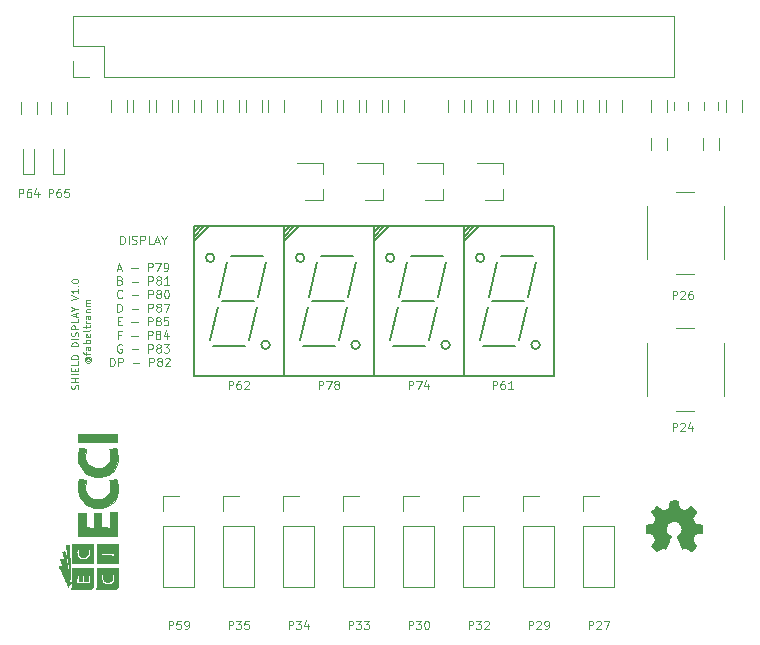
<source format=gbr>
G04 #@! TF.GenerationSoftware,KiCad,Pcbnew,(5.1.4)-1*
G04 #@! TF.CreationDate,2019-10-30T20:18:52-05:00*
G04 #@! TF.ProjectId,shield_display,73686965-6c64-45f6-9469-73706c61792e,rev?*
G04 #@! TF.SameCoordinates,Original*
G04 #@! TF.FileFunction,Legend,Top*
G04 #@! TF.FilePolarity,Positive*
%FSLAX46Y46*%
G04 Gerber Fmt 4.6, Leading zero omitted, Abs format (unit mm)*
G04 Created by KiCad (PCBNEW (5.1.4)-1) date 2019-10-30 20:18:52*
%MOMM*%
%LPD*%
G04 APERTURE LIST*
%ADD10C,0.100000*%
%ADD11C,0.110000*%
%ADD12C,0.010000*%
%ADD13C,0.150000*%
%ADD14C,0.120000*%
G04 APERTURE END LIST*
D10*
X148883000Y-102323066D02*
X148883000Y-101623066D01*
X149149666Y-101623066D01*
X149216333Y-101656400D01*
X149249666Y-101689733D01*
X149283000Y-101756400D01*
X149283000Y-101856400D01*
X149249666Y-101923066D01*
X149216333Y-101956400D01*
X149149666Y-101989733D01*
X148883000Y-101989733D01*
X149549666Y-101689733D02*
X149583000Y-101656400D01*
X149649666Y-101623066D01*
X149816333Y-101623066D01*
X149883000Y-101656400D01*
X149916333Y-101689733D01*
X149949666Y-101756400D01*
X149949666Y-101823066D01*
X149916333Y-101923066D01*
X149516333Y-102323066D01*
X149949666Y-102323066D01*
X150549666Y-101856400D02*
X150549666Y-102323066D01*
X150383000Y-101589733D02*
X150216333Y-102089733D01*
X150649666Y-102089733D01*
X148883000Y-91147066D02*
X148883000Y-90447066D01*
X149149666Y-90447066D01*
X149216333Y-90480400D01*
X149249666Y-90513733D01*
X149283000Y-90580400D01*
X149283000Y-90680400D01*
X149249666Y-90747066D01*
X149216333Y-90780400D01*
X149149666Y-90813733D01*
X148883000Y-90813733D01*
X149549666Y-90513733D02*
X149583000Y-90480400D01*
X149649666Y-90447066D01*
X149816333Y-90447066D01*
X149883000Y-90480400D01*
X149916333Y-90513733D01*
X149949666Y-90580400D01*
X149949666Y-90647066D01*
X149916333Y-90747066D01*
X149516333Y-91147066D01*
X149949666Y-91147066D01*
X150549666Y-90447066D02*
X150416333Y-90447066D01*
X150349666Y-90480400D01*
X150316333Y-90513733D01*
X150249666Y-90613733D01*
X150216333Y-90747066D01*
X150216333Y-91013733D01*
X150249666Y-91080400D01*
X150283000Y-91113733D01*
X150349666Y-91147066D01*
X150483000Y-91147066D01*
X150549666Y-91113733D01*
X150583000Y-91080400D01*
X150616333Y-91013733D01*
X150616333Y-90847066D01*
X150583000Y-90780400D01*
X150549666Y-90747066D01*
X150483000Y-90713733D01*
X150349666Y-90713733D01*
X150283000Y-90747066D01*
X150249666Y-90780400D01*
X150216333Y-90847066D01*
X96051000Y-82511066D02*
X96051000Y-81811066D01*
X96317666Y-81811066D01*
X96384333Y-81844400D01*
X96417666Y-81877733D01*
X96451000Y-81944400D01*
X96451000Y-82044400D01*
X96417666Y-82111066D01*
X96384333Y-82144400D01*
X96317666Y-82177733D01*
X96051000Y-82177733D01*
X97051000Y-81811066D02*
X96917666Y-81811066D01*
X96851000Y-81844400D01*
X96817666Y-81877733D01*
X96751000Y-81977733D01*
X96717666Y-82111066D01*
X96717666Y-82377733D01*
X96751000Y-82444400D01*
X96784333Y-82477733D01*
X96851000Y-82511066D01*
X96984333Y-82511066D01*
X97051000Y-82477733D01*
X97084333Y-82444400D01*
X97117666Y-82377733D01*
X97117666Y-82211066D01*
X97084333Y-82144400D01*
X97051000Y-82111066D01*
X96984333Y-82077733D01*
X96851000Y-82077733D01*
X96784333Y-82111066D01*
X96751000Y-82144400D01*
X96717666Y-82211066D01*
X97751000Y-81811066D02*
X97417666Y-81811066D01*
X97384333Y-82144400D01*
X97417666Y-82111066D01*
X97484333Y-82077733D01*
X97651000Y-82077733D01*
X97717666Y-82111066D01*
X97751000Y-82144400D01*
X97784333Y-82211066D01*
X97784333Y-82377733D01*
X97751000Y-82444400D01*
X97717666Y-82477733D01*
X97651000Y-82511066D01*
X97484333Y-82511066D01*
X97417666Y-82477733D01*
X97384333Y-82444400D01*
X93523666Y-82511066D02*
X93523666Y-81811066D01*
X93790333Y-81811066D01*
X93857000Y-81844400D01*
X93890333Y-81877733D01*
X93923666Y-81944400D01*
X93923666Y-82044400D01*
X93890333Y-82111066D01*
X93857000Y-82144400D01*
X93790333Y-82177733D01*
X93523666Y-82177733D01*
X94523666Y-81811066D02*
X94390333Y-81811066D01*
X94323666Y-81844400D01*
X94290333Y-81877733D01*
X94223666Y-81977733D01*
X94190333Y-82111066D01*
X94190333Y-82377733D01*
X94223666Y-82444400D01*
X94257000Y-82477733D01*
X94323666Y-82511066D01*
X94457000Y-82511066D01*
X94523666Y-82477733D01*
X94557000Y-82444400D01*
X94590333Y-82377733D01*
X94590333Y-82211066D01*
X94557000Y-82144400D01*
X94523666Y-82111066D01*
X94457000Y-82077733D01*
X94323666Y-82077733D01*
X94257000Y-82111066D01*
X94223666Y-82144400D01*
X94190333Y-82211066D01*
X95190333Y-82044400D02*
X95190333Y-82511066D01*
X95023666Y-81777733D02*
X94857000Y-82277733D01*
X95290333Y-82277733D01*
X133643000Y-98767066D02*
X133643000Y-98067066D01*
X133909666Y-98067066D01*
X133976333Y-98100400D01*
X134009666Y-98133733D01*
X134043000Y-98200400D01*
X134043000Y-98300400D01*
X134009666Y-98367066D01*
X133976333Y-98400400D01*
X133909666Y-98433733D01*
X133643000Y-98433733D01*
X134643000Y-98067066D02*
X134509666Y-98067066D01*
X134443000Y-98100400D01*
X134409666Y-98133733D01*
X134343000Y-98233733D01*
X134309666Y-98367066D01*
X134309666Y-98633733D01*
X134343000Y-98700400D01*
X134376333Y-98733733D01*
X134443000Y-98767066D01*
X134576333Y-98767066D01*
X134643000Y-98733733D01*
X134676333Y-98700400D01*
X134709666Y-98633733D01*
X134709666Y-98467066D01*
X134676333Y-98400400D01*
X134643000Y-98367066D01*
X134576333Y-98333733D01*
X134443000Y-98333733D01*
X134376333Y-98367066D01*
X134343000Y-98400400D01*
X134309666Y-98467066D01*
X135376333Y-98767066D02*
X134976333Y-98767066D01*
X135176333Y-98767066D02*
X135176333Y-98067066D01*
X135109666Y-98167066D01*
X135043000Y-98233733D01*
X134976333Y-98267066D01*
X126531000Y-98767066D02*
X126531000Y-98067066D01*
X126797666Y-98067066D01*
X126864333Y-98100400D01*
X126897666Y-98133733D01*
X126931000Y-98200400D01*
X126931000Y-98300400D01*
X126897666Y-98367066D01*
X126864333Y-98400400D01*
X126797666Y-98433733D01*
X126531000Y-98433733D01*
X127164333Y-98067066D02*
X127631000Y-98067066D01*
X127331000Y-98767066D01*
X128197666Y-98300400D02*
X128197666Y-98767066D01*
X128031000Y-98033733D02*
X127864333Y-98533733D01*
X128297666Y-98533733D01*
X118911000Y-98767066D02*
X118911000Y-98067066D01*
X119177666Y-98067066D01*
X119244333Y-98100400D01*
X119277666Y-98133733D01*
X119311000Y-98200400D01*
X119311000Y-98300400D01*
X119277666Y-98367066D01*
X119244333Y-98400400D01*
X119177666Y-98433733D01*
X118911000Y-98433733D01*
X119544333Y-98067066D02*
X120011000Y-98067066D01*
X119711000Y-98767066D01*
X120377666Y-98367066D02*
X120311000Y-98333733D01*
X120277666Y-98300400D01*
X120244333Y-98233733D01*
X120244333Y-98200400D01*
X120277666Y-98133733D01*
X120311000Y-98100400D01*
X120377666Y-98067066D01*
X120511000Y-98067066D01*
X120577666Y-98100400D01*
X120611000Y-98133733D01*
X120644333Y-98200400D01*
X120644333Y-98233733D01*
X120611000Y-98300400D01*
X120577666Y-98333733D01*
X120511000Y-98367066D01*
X120377666Y-98367066D01*
X120311000Y-98400400D01*
X120277666Y-98433733D01*
X120244333Y-98500400D01*
X120244333Y-98633733D01*
X120277666Y-98700400D01*
X120311000Y-98733733D01*
X120377666Y-98767066D01*
X120511000Y-98767066D01*
X120577666Y-98733733D01*
X120611000Y-98700400D01*
X120644333Y-98633733D01*
X120644333Y-98500400D01*
X120611000Y-98433733D01*
X120577666Y-98400400D01*
X120511000Y-98367066D01*
X111291000Y-98767066D02*
X111291000Y-98067066D01*
X111557666Y-98067066D01*
X111624333Y-98100400D01*
X111657666Y-98133733D01*
X111691000Y-98200400D01*
X111691000Y-98300400D01*
X111657666Y-98367066D01*
X111624333Y-98400400D01*
X111557666Y-98433733D01*
X111291000Y-98433733D01*
X112291000Y-98067066D02*
X112157666Y-98067066D01*
X112091000Y-98100400D01*
X112057666Y-98133733D01*
X111991000Y-98233733D01*
X111957666Y-98367066D01*
X111957666Y-98633733D01*
X111991000Y-98700400D01*
X112024333Y-98733733D01*
X112091000Y-98767066D01*
X112224333Y-98767066D01*
X112291000Y-98733733D01*
X112324333Y-98700400D01*
X112357666Y-98633733D01*
X112357666Y-98467066D01*
X112324333Y-98400400D01*
X112291000Y-98367066D01*
X112224333Y-98333733D01*
X112091000Y-98333733D01*
X112024333Y-98367066D01*
X111991000Y-98400400D01*
X111957666Y-98467066D01*
X112624333Y-98133733D02*
X112657666Y-98100400D01*
X112724333Y-98067066D01*
X112891000Y-98067066D01*
X112957666Y-98100400D01*
X112991000Y-98133733D01*
X113024333Y-98200400D01*
X113024333Y-98267066D01*
X112991000Y-98367066D01*
X112591000Y-98767066D01*
X113024333Y-98767066D01*
X141771000Y-119087066D02*
X141771000Y-118387066D01*
X142037666Y-118387066D01*
X142104333Y-118420400D01*
X142137666Y-118453733D01*
X142171000Y-118520400D01*
X142171000Y-118620400D01*
X142137666Y-118687066D01*
X142104333Y-118720400D01*
X142037666Y-118753733D01*
X141771000Y-118753733D01*
X142437666Y-118453733D02*
X142471000Y-118420400D01*
X142537666Y-118387066D01*
X142704333Y-118387066D01*
X142771000Y-118420400D01*
X142804333Y-118453733D01*
X142837666Y-118520400D01*
X142837666Y-118587066D01*
X142804333Y-118687066D01*
X142404333Y-119087066D01*
X142837666Y-119087066D01*
X143071000Y-118387066D02*
X143537666Y-118387066D01*
X143237666Y-119087066D01*
X136691000Y-119087066D02*
X136691000Y-118387066D01*
X136957666Y-118387066D01*
X137024333Y-118420400D01*
X137057666Y-118453733D01*
X137091000Y-118520400D01*
X137091000Y-118620400D01*
X137057666Y-118687066D01*
X137024333Y-118720400D01*
X136957666Y-118753733D01*
X136691000Y-118753733D01*
X137357666Y-118453733D02*
X137391000Y-118420400D01*
X137457666Y-118387066D01*
X137624333Y-118387066D01*
X137691000Y-118420400D01*
X137724333Y-118453733D01*
X137757666Y-118520400D01*
X137757666Y-118587066D01*
X137724333Y-118687066D01*
X137324333Y-119087066D01*
X137757666Y-119087066D01*
X138091000Y-119087066D02*
X138224333Y-119087066D01*
X138291000Y-119053733D01*
X138324333Y-119020400D01*
X138391000Y-118920400D01*
X138424333Y-118787066D01*
X138424333Y-118520400D01*
X138391000Y-118453733D01*
X138357666Y-118420400D01*
X138291000Y-118387066D01*
X138157666Y-118387066D01*
X138091000Y-118420400D01*
X138057666Y-118453733D01*
X138024333Y-118520400D01*
X138024333Y-118687066D01*
X138057666Y-118753733D01*
X138091000Y-118787066D01*
X138157666Y-118820400D01*
X138291000Y-118820400D01*
X138357666Y-118787066D01*
X138391000Y-118753733D01*
X138424333Y-118687066D01*
X131611000Y-119087066D02*
X131611000Y-118387066D01*
X131877666Y-118387066D01*
X131944333Y-118420400D01*
X131977666Y-118453733D01*
X132011000Y-118520400D01*
X132011000Y-118620400D01*
X131977666Y-118687066D01*
X131944333Y-118720400D01*
X131877666Y-118753733D01*
X131611000Y-118753733D01*
X132244333Y-118387066D02*
X132677666Y-118387066D01*
X132444333Y-118653733D01*
X132544333Y-118653733D01*
X132611000Y-118687066D01*
X132644333Y-118720400D01*
X132677666Y-118787066D01*
X132677666Y-118953733D01*
X132644333Y-119020400D01*
X132611000Y-119053733D01*
X132544333Y-119087066D01*
X132344333Y-119087066D01*
X132277666Y-119053733D01*
X132244333Y-119020400D01*
X132944333Y-118453733D02*
X132977666Y-118420400D01*
X133044333Y-118387066D01*
X133211000Y-118387066D01*
X133277666Y-118420400D01*
X133311000Y-118453733D01*
X133344333Y-118520400D01*
X133344333Y-118587066D01*
X133311000Y-118687066D01*
X132911000Y-119087066D01*
X133344333Y-119087066D01*
X126531000Y-119087066D02*
X126531000Y-118387066D01*
X126797666Y-118387066D01*
X126864333Y-118420400D01*
X126897666Y-118453733D01*
X126931000Y-118520400D01*
X126931000Y-118620400D01*
X126897666Y-118687066D01*
X126864333Y-118720400D01*
X126797666Y-118753733D01*
X126531000Y-118753733D01*
X127164333Y-118387066D02*
X127597666Y-118387066D01*
X127364333Y-118653733D01*
X127464333Y-118653733D01*
X127531000Y-118687066D01*
X127564333Y-118720400D01*
X127597666Y-118787066D01*
X127597666Y-118953733D01*
X127564333Y-119020400D01*
X127531000Y-119053733D01*
X127464333Y-119087066D01*
X127264333Y-119087066D01*
X127197666Y-119053733D01*
X127164333Y-119020400D01*
X128031000Y-118387066D02*
X128097666Y-118387066D01*
X128164333Y-118420400D01*
X128197666Y-118453733D01*
X128231000Y-118520400D01*
X128264333Y-118653733D01*
X128264333Y-118820400D01*
X128231000Y-118953733D01*
X128197666Y-119020400D01*
X128164333Y-119053733D01*
X128097666Y-119087066D01*
X128031000Y-119087066D01*
X127964333Y-119053733D01*
X127931000Y-119020400D01*
X127897666Y-118953733D01*
X127864333Y-118820400D01*
X127864333Y-118653733D01*
X127897666Y-118520400D01*
X127931000Y-118453733D01*
X127964333Y-118420400D01*
X128031000Y-118387066D01*
X121451000Y-119087066D02*
X121451000Y-118387066D01*
X121717666Y-118387066D01*
X121784333Y-118420400D01*
X121817666Y-118453733D01*
X121851000Y-118520400D01*
X121851000Y-118620400D01*
X121817666Y-118687066D01*
X121784333Y-118720400D01*
X121717666Y-118753733D01*
X121451000Y-118753733D01*
X122084333Y-118387066D02*
X122517666Y-118387066D01*
X122284333Y-118653733D01*
X122384333Y-118653733D01*
X122451000Y-118687066D01*
X122484333Y-118720400D01*
X122517666Y-118787066D01*
X122517666Y-118953733D01*
X122484333Y-119020400D01*
X122451000Y-119053733D01*
X122384333Y-119087066D01*
X122184333Y-119087066D01*
X122117666Y-119053733D01*
X122084333Y-119020400D01*
X122751000Y-118387066D02*
X123184333Y-118387066D01*
X122951000Y-118653733D01*
X123051000Y-118653733D01*
X123117666Y-118687066D01*
X123151000Y-118720400D01*
X123184333Y-118787066D01*
X123184333Y-118953733D01*
X123151000Y-119020400D01*
X123117666Y-119053733D01*
X123051000Y-119087066D01*
X122851000Y-119087066D01*
X122784333Y-119053733D01*
X122751000Y-119020400D01*
X116371000Y-119087066D02*
X116371000Y-118387066D01*
X116637666Y-118387066D01*
X116704333Y-118420400D01*
X116737666Y-118453733D01*
X116771000Y-118520400D01*
X116771000Y-118620400D01*
X116737666Y-118687066D01*
X116704333Y-118720400D01*
X116637666Y-118753733D01*
X116371000Y-118753733D01*
X117004333Y-118387066D02*
X117437666Y-118387066D01*
X117204333Y-118653733D01*
X117304333Y-118653733D01*
X117371000Y-118687066D01*
X117404333Y-118720400D01*
X117437666Y-118787066D01*
X117437666Y-118953733D01*
X117404333Y-119020400D01*
X117371000Y-119053733D01*
X117304333Y-119087066D01*
X117104333Y-119087066D01*
X117037666Y-119053733D01*
X117004333Y-119020400D01*
X118037666Y-118620400D02*
X118037666Y-119087066D01*
X117871000Y-118353733D02*
X117704333Y-118853733D01*
X118137666Y-118853733D01*
X106211000Y-119087066D02*
X106211000Y-118387066D01*
X106477666Y-118387066D01*
X106544333Y-118420400D01*
X106577666Y-118453733D01*
X106611000Y-118520400D01*
X106611000Y-118620400D01*
X106577666Y-118687066D01*
X106544333Y-118720400D01*
X106477666Y-118753733D01*
X106211000Y-118753733D01*
X107244333Y-118387066D02*
X106911000Y-118387066D01*
X106877666Y-118720400D01*
X106911000Y-118687066D01*
X106977666Y-118653733D01*
X107144333Y-118653733D01*
X107211000Y-118687066D01*
X107244333Y-118720400D01*
X107277666Y-118787066D01*
X107277666Y-118953733D01*
X107244333Y-119020400D01*
X107211000Y-119053733D01*
X107144333Y-119087066D01*
X106977666Y-119087066D01*
X106911000Y-119053733D01*
X106877666Y-119020400D01*
X107611000Y-119087066D02*
X107744333Y-119087066D01*
X107811000Y-119053733D01*
X107844333Y-119020400D01*
X107911000Y-118920400D01*
X107944333Y-118787066D01*
X107944333Y-118520400D01*
X107911000Y-118453733D01*
X107877666Y-118420400D01*
X107811000Y-118387066D01*
X107677666Y-118387066D01*
X107611000Y-118420400D01*
X107577666Y-118453733D01*
X107544333Y-118520400D01*
X107544333Y-118687066D01*
X107577666Y-118753733D01*
X107611000Y-118787066D01*
X107677666Y-118820400D01*
X107811000Y-118820400D01*
X107877666Y-118787066D01*
X107911000Y-118753733D01*
X107944333Y-118687066D01*
X111291000Y-119087066D02*
X111291000Y-118387066D01*
X111557666Y-118387066D01*
X111624333Y-118420400D01*
X111657666Y-118453733D01*
X111691000Y-118520400D01*
X111691000Y-118620400D01*
X111657666Y-118687066D01*
X111624333Y-118720400D01*
X111557666Y-118753733D01*
X111291000Y-118753733D01*
X111924333Y-118387066D02*
X112357666Y-118387066D01*
X112124333Y-118653733D01*
X112224333Y-118653733D01*
X112291000Y-118687066D01*
X112324333Y-118720400D01*
X112357666Y-118787066D01*
X112357666Y-118953733D01*
X112324333Y-119020400D01*
X112291000Y-119053733D01*
X112224333Y-119087066D01*
X112024333Y-119087066D01*
X111957666Y-119053733D01*
X111924333Y-119020400D01*
X112991000Y-118387066D02*
X112657666Y-118387066D01*
X112624333Y-118720400D01*
X112657666Y-118687066D01*
X112724333Y-118653733D01*
X112891000Y-118653733D01*
X112957666Y-118687066D01*
X112991000Y-118720400D01*
X113024333Y-118787066D01*
X113024333Y-118953733D01*
X112991000Y-119020400D01*
X112957666Y-119053733D01*
X112891000Y-119087066D01*
X112724333Y-119087066D01*
X112657666Y-119053733D01*
X112624333Y-119020400D01*
X102121666Y-86480066D02*
X102121666Y-85780066D01*
X102288333Y-85780066D01*
X102388333Y-85813400D01*
X102455000Y-85880066D01*
X102488333Y-85946733D01*
X102521666Y-86080066D01*
X102521666Y-86180066D01*
X102488333Y-86313400D01*
X102455000Y-86380066D01*
X102388333Y-86446733D01*
X102288333Y-86480066D01*
X102121666Y-86480066D01*
X102821666Y-86480066D02*
X102821666Y-85780066D01*
X103121666Y-86446733D02*
X103221666Y-86480066D01*
X103388333Y-86480066D01*
X103455000Y-86446733D01*
X103488333Y-86413400D01*
X103521666Y-86346733D01*
X103521666Y-86280066D01*
X103488333Y-86213400D01*
X103455000Y-86180066D01*
X103388333Y-86146733D01*
X103255000Y-86113400D01*
X103188333Y-86080066D01*
X103155000Y-86046733D01*
X103121666Y-85980066D01*
X103121666Y-85913400D01*
X103155000Y-85846733D01*
X103188333Y-85813400D01*
X103255000Y-85780066D01*
X103421666Y-85780066D01*
X103521666Y-85813400D01*
X103821666Y-86480066D02*
X103821666Y-85780066D01*
X104088333Y-85780066D01*
X104155000Y-85813400D01*
X104188333Y-85846733D01*
X104221666Y-85913400D01*
X104221666Y-86013400D01*
X104188333Y-86080066D01*
X104155000Y-86113400D01*
X104088333Y-86146733D01*
X103821666Y-86146733D01*
X104855000Y-86480066D02*
X104521666Y-86480066D01*
X104521666Y-85780066D01*
X105055000Y-86280066D02*
X105388333Y-86280066D01*
X104988333Y-86480066D02*
X105221666Y-85780066D01*
X105455000Y-86480066D01*
X105821666Y-86146733D02*
X105821666Y-86480066D01*
X105588333Y-85780066D02*
X105821666Y-86146733D01*
X106055000Y-85780066D01*
X101888333Y-88580066D02*
X102221666Y-88580066D01*
X101821666Y-88780066D02*
X102055000Y-88080066D01*
X102288333Y-88780066D01*
X103055000Y-88513400D02*
X103588333Y-88513400D01*
X104455000Y-88780066D02*
X104455000Y-88080066D01*
X104721666Y-88080066D01*
X104788333Y-88113400D01*
X104821666Y-88146733D01*
X104855000Y-88213400D01*
X104855000Y-88313400D01*
X104821666Y-88380066D01*
X104788333Y-88413400D01*
X104721666Y-88446733D01*
X104455000Y-88446733D01*
X105088333Y-88080066D02*
X105555000Y-88080066D01*
X105255000Y-88780066D01*
X105855000Y-88780066D02*
X105988333Y-88780066D01*
X106055000Y-88746733D01*
X106088333Y-88713400D01*
X106155000Y-88613400D01*
X106188333Y-88480066D01*
X106188333Y-88213400D01*
X106155000Y-88146733D01*
X106121666Y-88113400D01*
X106055000Y-88080066D01*
X105921666Y-88080066D01*
X105855000Y-88113400D01*
X105821666Y-88146733D01*
X105788333Y-88213400D01*
X105788333Y-88380066D01*
X105821666Y-88446733D01*
X105855000Y-88480066D01*
X105921666Y-88513400D01*
X106055000Y-88513400D01*
X106121666Y-88480066D01*
X106155000Y-88446733D01*
X106188333Y-88380066D01*
X102105000Y-89563400D02*
X102205000Y-89596733D01*
X102238333Y-89630066D01*
X102271666Y-89696733D01*
X102271666Y-89796733D01*
X102238333Y-89863400D01*
X102205000Y-89896733D01*
X102138333Y-89930066D01*
X101871666Y-89930066D01*
X101871666Y-89230066D01*
X102105000Y-89230066D01*
X102171666Y-89263400D01*
X102205000Y-89296733D01*
X102238333Y-89363400D01*
X102238333Y-89430066D01*
X102205000Y-89496733D01*
X102171666Y-89530066D01*
X102105000Y-89563400D01*
X101871666Y-89563400D01*
X103105000Y-89663400D02*
X103638333Y-89663400D01*
X104505000Y-89930066D02*
X104505000Y-89230066D01*
X104771666Y-89230066D01*
X104838333Y-89263400D01*
X104871666Y-89296733D01*
X104905000Y-89363400D01*
X104905000Y-89463400D01*
X104871666Y-89530066D01*
X104838333Y-89563400D01*
X104771666Y-89596733D01*
X104505000Y-89596733D01*
X105305000Y-89530066D02*
X105238333Y-89496733D01*
X105205000Y-89463400D01*
X105171666Y-89396733D01*
X105171666Y-89363400D01*
X105205000Y-89296733D01*
X105238333Y-89263400D01*
X105305000Y-89230066D01*
X105438333Y-89230066D01*
X105505000Y-89263400D01*
X105538333Y-89296733D01*
X105571666Y-89363400D01*
X105571666Y-89396733D01*
X105538333Y-89463400D01*
X105505000Y-89496733D01*
X105438333Y-89530066D01*
X105305000Y-89530066D01*
X105238333Y-89563400D01*
X105205000Y-89596733D01*
X105171666Y-89663400D01*
X105171666Y-89796733D01*
X105205000Y-89863400D01*
X105238333Y-89896733D01*
X105305000Y-89930066D01*
X105438333Y-89930066D01*
X105505000Y-89896733D01*
X105538333Y-89863400D01*
X105571666Y-89796733D01*
X105571666Y-89663400D01*
X105538333Y-89596733D01*
X105505000Y-89563400D01*
X105438333Y-89530066D01*
X106238333Y-89930066D02*
X105838333Y-89930066D01*
X106038333Y-89930066D02*
X106038333Y-89230066D01*
X105971666Y-89330066D01*
X105905000Y-89396733D01*
X105838333Y-89430066D01*
X102271666Y-91013400D02*
X102238333Y-91046733D01*
X102138333Y-91080066D01*
X102071666Y-91080066D01*
X101971666Y-91046733D01*
X101905000Y-90980066D01*
X101871666Y-90913400D01*
X101838333Y-90780066D01*
X101838333Y-90680066D01*
X101871666Y-90546733D01*
X101905000Y-90480066D01*
X101971666Y-90413400D01*
X102071666Y-90380066D01*
X102138333Y-90380066D01*
X102238333Y-90413400D01*
X102271666Y-90446733D01*
X103105000Y-90813400D02*
X103638333Y-90813400D01*
X104505000Y-91080066D02*
X104505000Y-90380066D01*
X104771666Y-90380066D01*
X104838333Y-90413400D01*
X104871666Y-90446733D01*
X104905000Y-90513400D01*
X104905000Y-90613400D01*
X104871666Y-90680066D01*
X104838333Y-90713400D01*
X104771666Y-90746733D01*
X104505000Y-90746733D01*
X105305000Y-90680066D02*
X105238333Y-90646733D01*
X105205000Y-90613400D01*
X105171666Y-90546733D01*
X105171666Y-90513400D01*
X105205000Y-90446733D01*
X105238333Y-90413400D01*
X105305000Y-90380066D01*
X105438333Y-90380066D01*
X105505000Y-90413400D01*
X105538333Y-90446733D01*
X105571666Y-90513400D01*
X105571666Y-90546733D01*
X105538333Y-90613400D01*
X105505000Y-90646733D01*
X105438333Y-90680066D01*
X105305000Y-90680066D01*
X105238333Y-90713400D01*
X105205000Y-90746733D01*
X105171666Y-90813400D01*
X105171666Y-90946733D01*
X105205000Y-91013400D01*
X105238333Y-91046733D01*
X105305000Y-91080066D01*
X105438333Y-91080066D01*
X105505000Y-91046733D01*
X105538333Y-91013400D01*
X105571666Y-90946733D01*
X105571666Y-90813400D01*
X105538333Y-90746733D01*
X105505000Y-90713400D01*
X105438333Y-90680066D01*
X106005000Y-90380066D02*
X106071666Y-90380066D01*
X106138333Y-90413400D01*
X106171666Y-90446733D01*
X106205000Y-90513400D01*
X106238333Y-90646733D01*
X106238333Y-90813400D01*
X106205000Y-90946733D01*
X106171666Y-91013400D01*
X106138333Y-91046733D01*
X106071666Y-91080066D01*
X106005000Y-91080066D01*
X105938333Y-91046733D01*
X105905000Y-91013400D01*
X105871666Y-90946733D01*
X105838333Y-90813400D01*
X105838333Y-90646733D01*
X105871666Y-90513400D01*
X105905000Y-90446733D01*
X105938333Y-90413400D01*
X106005000Y-90380066D01*
X101871666Y-92230066D02*
X101871666Y-91530066D01*
X102038333Y-91530066D01*
X102138333Y-91563400D01*
X102205000Y-91630066D01*
X102238333Y-91696733D01*
X102271666Y-91830066D01*
X102271666Y-91930066D01*
X102238333Y-92063400D01*
X102205000Y-92130066D01*
X102138333Y-92196733D01*
X102038333Y-92230066D01*
X101871666Y-92230066D01*
X103105000Y-91963400D02*
X103638333Y-91963400D01*
X104505000Y-92230066D02*
X104505000Y-91530066D01*
X104771666Y-91530066D01*
X104838333Y-91563400D01*
X104871666Y-91596733D01*
X104905000Y-91663400D01*
X104905000Y-91763400D01*
X104871666Y-91830066D01*
X104838333Y-91863400D01*
X104771666Y-91896733D01*
X104505000Y-91896733D01*
X105305000Y-91830066D02*
X105238333Y-91796733D01*
X105205000Y-91763400D01*
X105171666Y-91696733D01*
X105171666Y-91663400D01*
X105205000Y-91596733D01*
X105238333Y-91563400D01*
X105305000Y-91530066D01*
X105438333Y-91530066D01*
X105505000Y-91563400D01*
X105538333Y-91596733D01*
X105571666Y-91663400D01*
X105571666Y-91696733D01*
X105538333Y-91763400D01*
X105505000Y-91796733D01*
X105438333Y-91830066D01*
X105305000Y-91830066D01*
X105238333Y-91863400D01*
X105205000Y-91896733D01*
X105171666Y-91963400D01*
X105171666Y-92096733D01*
X105205000Y-92163400D01*
X105238333Y-92196733D01*
X105305000Y-92230066D01*
X105438333Y-92230066D01*
X105505000Y-92196733D01*
X105538333Y-92163400D01*
X105571666Y-92096733D01*
X105571666Y-91963400D01*
X105538333Y-91896733D01*
X105505000Y-91863400D01*
X105438333Y-91830066D01*
X105805000Y-91530066D02*
X106271666Y-91530066D01*
X105971666Y-92230066D01*
X101905000Y-93013400D02*
X102138333Y-93013400D01*
X102238333Y-93380066D02*
X101905000Y-93380066D01*
X101905000Y-92680066D01*
X102238333Y-92680066D01*
X103071666Y-93113400D02*
X103605000Y-93113400D01*
X104471666Y-93380066D02*
X104471666Y-92680066D01*
X104738333Y-92680066D01*
X104805000Y-92713400D01*
X104838333Y-92746733D01*
X104871666Y-92813400D01*
X104871666Y-92913400D01*
X104838333Y-92980066D01*
X104805000Y-93013400D01*
X104738333Y-93046733D01*
X104471666Y-93046733D01*
X105271666Y-92980066D02*
X105205000Y-92946733D01*
X105171666Y-92913400D01*
X105138333Y-92846733D01*
X105138333Y-92813400D01*
X105171666Y-92746733D01*
X105205000Y-92713400D01*
X105271666Y-92680066D01*
X105405000Y-92680066D01*
X105471666Y-92713400D01*
X105505000Y-92746733D01*
X105538333Y-92813400D01*
X105538333Y-92846733D01*
X105505000Y-92913400D01*
X105471666Y-92946733D01*
X105405000Y-92980066D01*
X105271666Y-92980066D01*
X105205000Y-93013400D01*
X105171666Y-93046733D01*
X105138333Y-93113400D01*
X105138333Y-93246733D01*
X105171666Y-93313400D01*
X105205000Y-93346733D01*
X105271666Y-93380066D01*
X105405000Y-93380066D01*
X105471666Y-93346733D01*
X105505000Y-93313400D01*
X105538333Y-93246733D01*
X105538333Y-93113400D01*
X105505000Y-93046733D01*
X105471666Y-93013400D01*
X105405000Y-92980066D01*
X106171666Y-92680066D02*
X105838333Y-92680066D01*
X105805000Y-93013400D01*
X105838333Y-92980066D01*
X105905000Y-92946733D01*
X106071666Y-92946733D01*
X106138333Y-92980066D01*
X106171666Y-93013400D01*
X106205000Y-93080066D01*
X106205000Y-93246733D01*
X106171666Y-93313400D01*
X106138333Y-93346733D01*
X106071666Y-93380066D01*
X105905000Y-93380066D01*
X105838333Y-93346733D01*
X105805000Y-93313400D01*
X102155000Y-94163400D02*
X101921666Y-94163400D01*
X101921666Y-94530066D02*
X101921666Y-93830066D01*
X102255000Y-93830066D01*
X103055000Y-94263400D02*
X103588333Y-94263400D01*
X104455000Y-94530066D02*
X104455000Y-93830066D01*
X104721666Y-93830066D01*
X104788333Y-93863400D01*
X104821666Y-93896733D01*
X104855000Y-93963400D01*
X104855000Y-94063400D01*
X104821666Y-94130066D01*
X104788333Y-94163400D01*
X104721666Y-94196733D01*
X104455000Y-94196733D01*
X105255000Y-94130066D02*
X105188333Y-94096733D01*
X105155000Y-94063400D01*
X105121666Y-93996733D01*
X105121666Y-93963400D01*
X105155000Y-93896733D01*
X105188333Y-93863400D01*
X105255000Y-93830066D01*
X105388333Y-93830066D01*
X105455000Y-93863400D01*
X105488333Y-93896733D01*
X105521666Y-93963400D01*
X105521666Y-93996733D01*
X105488333Y-94063400D01*
X105455000Y-94096733D01*
X105388333Y-94130066D01*
X105255000Y-94130066D01*
X105188333Y-94163400D01*
X105155000Y-94196733D01*
X105121666Y-94263400D01*
X105121666Y-94396733D01*
X105155000Y-94463400D01*
X105188333Y-94496733D01*
X105255000Y-94530066D01*
X105388333Y-94530066D01*
X105455000Y-94496733D01*
X105488333Y-94463400D01*
X105521666Y-94396733D01*
X105521666Y-94263400D01*
X105488333Y-94196733D01*
X105455000Y-94163400D01*
X105388333Y-94130066D01*
X106121666Y-94063400D02*
X106121666Y-94530066D01*
X105955000Y-93796733D02*
X105788333Y-94296733D01*
X106221666Y-94296733D01*
X102238333Y-95013400D02*
X102171666Y-94980066D01*
X102071666Y-94980066D01*
X101971666Y-95013400D01*
X101905000Y-95080066D01*
X101871666Y-95146733D01*
X101838333Y-95280066D01*
X101838333Y-95380066D01*
X101871666Y-95513400D01*
X101905000Y-95580066D01*
X101971666Y-95646733D01*
X102071666Y-95680066D01*
X102138333Y-95680066D01*
X102238333Y-95646733D01*
X102271666Y-95613400D01*
X102271666Y-95380066D01*
X102138333Y-95380066D01*
X103105000Y-95413400D02*
X103638333Y-95413400D01*
X104505000Y-95680066D02*
X104505000Y-94980066D01*
X104771666Y-94980066D01*
X104838333Y-95013400D01*
X104871666Y-95046733D01*
X104905000Y-95113400D01*
X104905000Y-95213400D01*
X104871666Y-95280066D01*
X104838333Y-95313400D01*
X104771666Y-95346733D01*
X104505000Y-95346733D01*
X105305000Y-95280066D02*
X105238333Y-95246733D01*
X105205000Y-95213400D01*
X105171666Y-95146733D01*
X105171666Y-95113400D01*
X105205000Y-95046733D01*
X105238333Y-95013400D01*
X105305000Y-94980066D01*
X105438333Y-94980066D01*
X105505000Y-95013400D01*
X105538333Y-95046733D01*
X105571666Y-95113400D01*
X105571666Y-95146733D01*
X105538333Y-95213400D01*
X105505000Y-95246733D01*
X105438333Y-95280066D01*
X105305000Y-95280066D01*
X105238333Y-95313400D01*
X105205000Y-95346733D01*
X105171666Y-95413400D01*
X105171666Y-95546733D01*
X105205000Y-95613400D01*
X105238333Y-95646733D01*
X105305000Y-95680066D01*
X105438333Y-95680066D01*
X105505000Y-95646733D01*
X105538333Y-95613400D01*
X105571666Y-95546733D01*
X105571666Y-95413400D01*
X105538333Y-95346733D01*
X105505000Y-95313400D01*
X105438333Y-95280066D01*
X105805000Y-94980066D02*
X106238333Y-94980066D01*
X106005000Y-95246733D01*
X106105000Y-95246733D01*
X106171666Y-95280066D01*
X106205000Y-95313400D01*
X106238333Y-95380066D01*
X106238333Y-95546733D01*
X106205000Y-95613400D01*
X106171666Y-95646733D01*
X106105000Y-95680066D01*
X105905000Y-95680066D01*
X105838333Y-95646733D01*
X105805000Y-95613400D01*
X101255000Y-96830066D02*
X101255000Y-96130066D01*
X101421666Y-96130066D01*
X101521666Y-96163400D01*
X101588333Y-96230066D01*
X101621666Y-96296733D01*
X101655000Y-96430066D01*
X101655000Y-96530066D01*
X101621666Y-96663400D01*
X101588333Y-96730066D01*
X101521666Y-96796733D01*
X101421666Y-96830066D01*
X101255000Y-96830066D01*
X101955000Y-96830066D02*
X101955000Y-96130066D01*
X102221666Y-96130066D01*
X102288333Y-96163400D01*
X102321666Y-96196733D01*
X102355000Y-96263400D01*
X102355000Y-96363400D01*
X102321666Y-96430066D01*
X102288333Y-96463400D01*
X102221666Y-96496733D01*
X101955000Y-96496733D01*
X103188333Y-96563400D02*
X103721666Y-96563400D01*
X104588333Y-96830066D02*
X104588333Y-96130066D01*
X104855000Y-96130066D01*
X104921666Y-96163400D01*
X104955000Y-96196733D01*
X104988333Y-96263400D01*
X104988333Y-96363400D01*
X104955000Y-96430066D01*
X104921666Y-96463400D01*
X104855000Y-96496733D01*
X104588333Y-96496733D01*
X105388333Y-96430066D02*
X105321666Y-96396733D01*
X105288333Y-96363400D01*
X105255000Y-96296733D01*
X105255000Y-96263400D01*
X105288333Y-96196733D01*
X105321666Y-96163400D01*
X105388333Y-96130066D01*
X105521666Y-96130066D01*
X105588333Y-96163400D01*
X105621666Y-96196733D01*
X105655000Y-96263400D01*
X105655000Y-96296733D01*
X105621666Y-96363400D01*
X105588333Y-96396733D01*
X105521666Y-96430066D01*
X105388333Y-96430066D01*
X105321666Y-96463400D01*
X105288333Y-96496733D01*
X105255000Y-96563400D01*
X105255000Y-96696733D01*
X105288333Y-96763400D01*
X105321666Y-96796733D01*
X105388333Y-96830066D01*
X105521666Y-96830066D01*
X105588333Y-96796733D01*
X105621666Y-96763400D01*
X105655000Y-96696733D01*
X105655000Y-96563400D01*
X105621666Y-96496733D01*
X105588333Y-96463400D01*
X105521666Y-96430066D01*
X105921666Y-96196733D02*
X105955000Y-96163400D01*
X106021666Y-96130066D01*
X106188333Y-96130066D01*
X106255000Y-96163400D01*
X106288333Y-96196733D01*
X106321666Y-96263400D01*
X106321666Y-96330066D01*
X106288333Y-96430066D01*
X105888333Y-96830066D01*
X106321666Y-96830066D01*
D11*
X98543857Y-98764114D02*
X98572428Y-98678400D01*
X98572428Y-98535542D01*
X98543857Y-98478400D01*
X98515285Y-98449828D01*
X98458142Y-98421257D01*
X98401000Y-98421257D01*
X98343857Y-98449828D01*
X98315285Y-98478400D01*
X98286714Y-98535542D01*
X98258142Y-98649828D01*
X98229571Y-98706971D01*
X98201000Y-98735542D01*
X98143857Y-98764114D01*
X98086714Y-98764114D01*
X98029571Y-98735542D01*
X98001000Y-98706971D01*
X97972428Y-98649828D01*
X97972428Y-98506971D01*
X98001000Y-98421257D01*
X98572428Y-98164114D02*
X97972428Y-98164114D01*
X98258142Y-98164114D02*
X98258142Y-97821257D01*
X98572428Y-97821257D02*
X97972428Y-97821257D01*
X98572428Y-97535542D02*
X97972428Y-97535542D01*
X98258142Y-97249828D02*
X98258142Y-97049828D01*
X98572428Y-96964114D02*
X98572428Y-97249828D01*
X97972428Y-97249828D01*
X97972428Y-96964114D01*
X98572428Y-96421257D02*
X98572428Y-96706971D01*
X97972428Y-96706971D01*
X98572428Y-96221257D02*
X97972428Y-96221257D01*
X97972428Y-96078400D01*
X98001000Y-95992685D01*
X98058142Y-95935542D01*
X98115285Y-95906971D01*
X98229571Y-95878400D01*
X98315285Y-95878400D01*
X98429571Y-95906971D01*
X98486714Y-95935542D01*
X98543857Y-95992685D01*
X98572428Y-96078400D01*
X98572428Y-96221257D01*
X98572428Y-95164114D02*
X97972428Y-95164114D01*
X97972428Y-95021257D01*
X98001000Y-94935542D01*
X98058142Y-94878400D01*
X98115285Y-94849828D01*
X98229571Y-94821257D01*
X98315285Y-94821257D01*
X98429571Y-94849828D01*
X98486714Y-94878400D01*
X98543857Y-94935542D01*
X98572428Y-95021257D01*
X98572428Y-95164114D01*
X98572428Y-94564114D02*
X97972428Y-94564114D01*
X98543857Y-94306971D02*
X98572428Y-94221257D01*
X98572428Y-94078400D01*
X98543857Y-94021257D01*
X98515285Y-93992685D01*
X98458142Y-93964114D01*
X98401000Y-93964114D01*
X98343857Y-93992685D01*
X98315285Y-94021257D01*
X98286714Y-94078400D01*
X98258142Y-94192685D01*
X98229571Y-94249828D01*
X98201000Y-94278400D01*
X98143857Y-94306971D01*
X98086714Y-94306971D01*
X98029571Y-94278400D01*
X98001000Y-94249828D01*
X97972428Y-94192685D01*
X97972428Y-94049828D01*
X98001000Y-93964114D01*
X98572428Y-93706971D02*
X97972428Y-93706971D01*
X97972428Y-93478400D01*
X98001000Y-93421257D01*
X98029571Y-93392685D01*
X98086714Y-93364114D01*
X98172428Y-93364114D01*
X98229571Y-93392685D01*
X98258142Y-93421257D01*
X98286714Y-93478400D01*
X98286714Y-93706971D01*
X98572428Y-92821257D02*
X98572428Y-93106971D01*
X97972428Y-93106971D01*
X98401000Y-92649828D02*
X98401000Y-92364114D01*
X98572428Y-92706971D02*
X97972428Y-92506971D01*
X98572428Y-92306971D01*
X98286714Y-91992685D02*
X98572428Y-91992685D01*
X97972428Y-92192685D02*
X98286714Y-91992685D01*
X97972428Y-91792685D01*
X97972428Y-91221257D02*
X98572428Y-91021257D01*
X97972428Y-90821257D01*
X98572428Y-90306971D02*
X98572428Y-90649828D01*
X98572428Y-90478400D02*
X97972428Y-90478400D01*
X98058142Y-90535542D01*
X98115285Y-90592685D01*
X98143857Y-90649828D01*
X98515285Y-90049828D02*
X98543857Y-90021257D01*
X98572428Y-90049828D01*
X98543857Y-90078400D01*
X98515285Y-90049828D01*
X98572428Y-90049828D01*
X97972428Y-89649828D02*
X97972428Y-89592685D01*
X98001000Y-89535542D01*
X98029571Y-89506971D01*
X98086714Y-89478400D01*
X98201000Y-89449828D01*
X98343857Y-89449828D01*
X98458142Y-89478400D01*
X98515285Y-89506971D01*
X98543857Y-89535542D01*
X98572428Y-89592685D01*
X98572428Y-89649828D01*
X98543857Y-89706971D01*
X98515285Y-89735542D01*
X98458142Y-89764114D01*
X98343857Y-89792685D01*
X98201000Y-89792685D01*
X98086714Y-89764114D01*
X98029571Y-89735542D01*
X98001000Y-89706971D01*
X97972428Y-89649828D01*
X99296714Y-96178400D02*
X99268142Y-96206971D01*
X99239571Y-96264114D01*
X99239571Y-96321257D01*
X99268142Y-96378400D01*
X99296714Y-96406971D01*
X99353857Y-96435542D01*
X99411000Y-96435542D01*
X99468142Y-96406971D01*
X99496714Y-96378400D01*
X99525285Y-96321257D01*
X99525285Y-96264114D01*
X99496714Y-96206971D01*
X99468142Y-96178400D01*
X99239571Y-96178400D02*
X99468142Y-96178400D01*
X99496714Y-96149828D01*
X99496714Y-96121257D01*
X99468142Y-96064114D01*
X99411000Y-96035542D01*
X99268142Y-96035542D01*
X99182428Y-96092685D01*
X99125285Y-96178400D01*
X99096714Y-96292685D01*
X99125285Y-96406971D01*
X99182428Y-96492685D01*
X99268142Y-96549828D01*
X99382428Y-96578400D01*
X99496714Y-96549828D01*
X99582428Y-96492685D01*
X99639571Y-96406971D01*
X99668142Y-96292685D01*
X99639571Y-96178400D01*
X99582428Y-96092685D01*
X99182428Y-95864114D02*
X99182428Y-95635542D01*
X99582428Y-95778400D02*
X99068142Y-95778400D01*
X99011000Y-95749828D01*
X98982428Y-95692685D01*
X98982428Y-95635542D01*
X99582428Y-95178400D02*
X99268142Y-95178400D01*
X99211000Y-95206971D01*
X99182428Y-95264114D01*
X99182428Y-95378400D01*
X99211000Y-95435542D01*
X99553857Y-95178400D02*
X99582428Y-95235542D01*
X99582428Y-95378400D01*
X99553857Y-95435542D01*
X99496714Y-95464114D01*
X99439571Y-95464114D01*
X99382428Y-95435542D01*
X99353857Y-95378400D01*
X99353857Y-95235542D01*
X99325285Y-95178400D01*
X99582428Y-94892685D02*
X98982428Y-94892685D01*
X99211000Y-94892685D02*
X99182428Y-94835542D01*
X99182428Y-94721257D01*
X99211000Y-94664114D01*
X99239571Y-94635542D01*
X99296714Y-94606971D01*
X99468142Y-94606971D01*
X99525285Y-94635542D01*
X99553857Y-94664114D01*
X99582428Y-94721257D01*
X99582428Y-94835542D01*
X99553857Y-94892685D01*
X99553857Y-94121257D02*
X99582428Y-94178400D01*
X99582428Y-94292685D01*
X99553857Y-94349828D01*
X99496714Y-94378400D01*
X99268142Y-94378400D01*
X99211000Y-94349828D01*
X99182428Y-94292685D01*
X99182428Y-94178400D01*
X99211000Y-94121257D01*
X99268142Y-94092685D01*
X99325285Y-94092685D01*
X99382428Y-94378400D01*
X99582428Y-93749828D02*
X99553857Y-93806971D01*
X99496714Y-93835542D01*
X98982428Y-93835542D01*
X99182428Y-93606971D02*
X99182428Y-93378400D01*
X98982428Y-93521257D02*
X99496714Y-93521257D01*
X99553857Y-93492685D01*
X99582428Y-93435542D01*
X99582428Y-93378400D01*
X99582428Y-93178400D02*
X99182428Y-93178400D01*
X99296714Y-93178400D02*
X99239571Y-93149828D01*
X99211000Y-93121257D01*
X99182428Y-93064114D01*
X99182428Y-93006971D01*
X99582428Y-92549828D02*
X99268142Y-92549828D01*
X99211000Y-92578400D01*
X99182428Y-92635542D01*
X99182428Y-92749828D01*
X99211000Y-92806971D01*
X99553857Y-92549828D02*
X99582428Y-92606971D01*
X99582428Y-92749828D01*
X99553857Y-92806971D01*
X99496714Y-92835542D01*
X99439571Y-92835542D01*
X99382428Y-92806971D01*
X99353857Y-92749828D01*
X99353857Y-92606971D01*
X99325285Y-92549828D01*
X99182428Y-92264114D02*
X99582428Y-92264114D01*
X99239571Y-92264114D02*
X99211000Y-92235542D01*
X99182428Y-92178400D01*
X99182428Y-92092685D01*
X99211000Y-92035542D01*
X99268142Y-92006971D01*
X99582428Y-92006971D01*
X99582428Y-91721257D02*
X99182428Y-91721257D01*
X99239571Y-91721257D02*
X99211000Y-91692685D01*
X99182428Y-91635542D01*
X99182428Y-91549828D01*
X99211000Y-91492685D01*
X99268142Y-91464114D01*
X99582428Y-91464114D01*
X99268142Y-91464114D02*
X99211000Y-91435542D01*
X99182428Y-91378400D01*
X99182428Y-91292685D01*
X99211000Y-91235542D01*
X99268142Y-91206971D01*
X99582428Y-91206971D01*
D12*
G36*
X149082434Y-108204045D02*
G01*
X149157793Y-108204356D01*
X149213845Y-108205200D01*
X149253638Y-108206838D01*
X149280217Y-108209538D01*
X149296630Y-108213562D01*
X149305924Y-108219176D01*
X149311145Y-108226644D01*
X149313779Y-108232575D01*
X149319476Y-108253008D01*
X149328787Y-108294463D01*
X149340897Y-108352951D01*
X149354990Y-108424482D01*
X149370253Y-108505066D01*
X149377863Y-108546382D01*
X149393263Y-108629169D01*
X149407763Y-108704135D01*
X149420583Y-108767468D01*
X149430938Y-108815356D01*
X149438047Y-108843987D01*
X149440168Y-108849941D01*
X149454098Y-108859410D01*
X149487094Y-108876241D01*
X149534589Y-108898487D01*
X149592018Y-108924196D01*
X149654814Y-108951421D01*
X149718411Y-108978213D01*
X149778244Y-109002622D01*
X149829745Y-109022699D01*
X149868350Y-109036496D01*
X149889492Y-109042063D01*
X149890335Y-109042094D01*
X149904315Y-109035154D01*
X149936159Y-109015697D01*
X149982855Y-108985680D01*
X150041396Y-108947059D01*
X150108771Y-108901793D01*
X150163820Y-108864294D01*
X150235862Y-108815306D01*
X150301329Y-108771489D01*
X150357217Y-108734798D01*
X150400519Y-108707187D01*
X150428230Y-108690613D01*
X150437006Y-108686600D01*
X150450604Y-108695356D01*
X150478576Y-108719600D01*
X150517921Y-108756289D01*
X150565637Y-108802382D01*
X150618723Y-108854839D01*
X150674177Y-108910619D01*
X150728999Y-108966680D01*
X150780186Y-109019983D01*
X150824739Y-109067485D01*
X150859655Y-109106146D01*
X150881932Y-109132926D01*
X150888700Y-109144258D01*
X150882874Y-109160385D01*
X150865027Y-109192328D01*
X150834601Y-109240943D01*
X150791038Y-109307085D01*
X150733781Y-109391610D01*
X150662274Y-109495374D01*
X150626996Y-109546134D01*
X150594255Y-109594751D01*
X150567832Y-109637043D01*
X150550741Y-109667985D01*
X150545800Y-109681525D01*
X150550603Y-109697690D01*
X150563737Y-109732562D01*
X150583286Y-109781603D01*
X150607336Y-109840277D01*
X150633972Y-109904049D01*
X150661279Y-109968381D01*
X150687341Y-110028738D01*
X150710245Y-110080584D01*
X150728076Y-110119382D01*
X150738917Y-110140596D01*
X150740553Y-110142887D01*
X150754390Y-110146989D01*
X150789662Y-110154940D01*
X150842820Y-110166011D01*
X150910314Y-110179474D01*
X150988597Y-110194602D01*
X151041506Y-110204595D01*
X151125519Y-110220466D01*
X151201703Y-110235130D01*
X151266334Y-110247847D01*
X151315685Y-110257878D01*
X151346030Y-110264484D01*
X151353579Y-110266502D01*
X151359157Y-110272695D01*
X151363479Y-110288265D01*
X151366690Y-110315898D01*
X151368933Y-110358279D01*
X151370353Y-110418095D01*
X151371094Y-110498032D01*
X151371299Y-110596695D01*
X151371181Y-110696036D01*
X151370695Y-110772913D01*
X151369643Y-110830258D01*
X151367827Y-110871007D01*
X151365051Y-110898095D01*
X151361115Y-110914455D01*
X151355824Y-110923022D01*
X151349075Y-110926702D01*
X151327063Y-110931813D01*
X151287100Y-110939857D01*
X151236258Y-110949434D01*
X151212550Y-110953721D01*
X151088801Y-110976081D01*
X150988073Y-110994931D01*
X150908298Y-111010735D01*
X150847409Y-111023957D01*
X150803339Y-111035061D01*
X150774020Y-111044510D01*
X150757385Y-111052769D01*
X150753009Y-111056816D01*
X150744299Y-111073633D01*
X150728362Y-111109182D01*
X150707022Y-111158989D01*
X150682098Y-111218578D01*
X150655411Y-111283474D01*
X150628782Y-111349202D01*
X150604034Y-111411287D01*
X150582985Y-111465253D01*
X150567458Y-111506624D01*
X150559274Y-111530927D01*
X150558464Y-111534926D01*
X150565376Y-111547784D01*
X150584738Y-111578438D01*
X150614520Y-111623812D01*
X150652690Y-111680832D01*
X150697219Y-111746426D01*
X150723600Y-111784920D01*
X150770945Y-111854770D01*
X150812988Y-111918697D01*
X150847672Y-111973418D01*
X150872942Y-112015648D01*
X150886740Y-112042104D01*
X150888700Y-112048569D01*
X150879866Y-112064336D01*
X150854770Y-112095328D01*
X150815515Y-112139228D01*
X150764210Y-112193719D01*
X150702957Y-112256483D01*
X150667686Y-112291808D01*
X150598690Y-112360197D01*
X150545215Y-112412481D01*
X150504900Y-112450592D01*
X150475384Y-112476464D01*
X150454305Y-112492029D01*
X150439303Y-112499221D01*
X150428016Y-112499972D01*
X150418084Y-112496217D01*
X150418038Y-112496192D01*
X150399193Y-112484548D01*
X150363068Y-112460862D01*
X150313264Y-112427549D01*
X150253386Y-112387022D01*
X150187038Y-112341698D01*
X150169983Y-112329983D01*
X150103693Y-112284904D01*
X150043898Y-112245198D01*
X149993937Y-112213003D01*
X149957146Y-112190460D01*
X149936865Y-112179707D01*
X149934542Y-112179100D01*
X149917001Y-112184649D01*
X149882705Y-112199591D01*
X149837310Y-112221367D01*
X149805429Y-112237509D01*
X149754464Y-112262233D01*
X149713639Y-112278944D01*
X149687612Y-112285870D01*
X149681212Y-112284792D01*
X149673727Y-112270653D01*
X149657899Y-112235993D01*
X149635015Y-112183795D01*
X149606363Y-112117039D01*
X149573229Y-112038709D01*
X149536901Y-111951787D01*
X149523058Y-111918407D01*
X149482417Y-111820270D01*
X149441535Y-111721658D01*
X149402366Y-111627281D01*
X149366866Y-111541849D01*
X149336992Y-111470072D01*
X149314698Y-111416657D01*
X149313215Y-111413113D01*
X149289446Y-111355060D01*
X149269801Y-111304640D01*
X149256174Y-111266898D01*
X149250463Y-111246878D01*
X149250400Y-111245953D01*
X149260106Y-111230835D01*
X149285784Y-111206430D01*
X149322272Y-111177538D01*
X149329775Y-111172099D01*
X149440563Y-111080535D01*
X149527364Y-110981088D01*
X149590538Y-110873107D01*
X149630446Y-110755942D01*
X149647450Y-110628941D01*
X149648160Y-110597950D01*
X149637578Y-110470935D01*
X149604408Y-110354236D01*
X149547826Y-110245788D01*
X149467010Y-110143531D01*
X149466377Y-110142853D01*
X149371425Y-110058905D01*
X149265542Y-109996243D01*
X149151851Y-109954997D01*
X149033475Y-109935295D01*
X148913536Y-109937266D01*
X148795157Y-109961038D01*
X148681460Y-110006740D01*
X148575569Y-110074501D01*
X148539580Y-110104660D01*
X148451196Y-110199868D01*
X148385755Y-110305942D01*
X148343439Y-110422471D01*
X148324431Y-110549045D01*
X148323300Y-110590269D01*
X148332355Y-110717152D01*
X148360459Y-110830911D01*
X148409017Y-110934190D01*
X148479438Y-111029628D01*
X148573126Y-111119870D01*
X148628388Y-111163313D01*
X148668429Y-111194939D01*
X148699054Y-111222826D01*
X148715477Y-111242461D01*
X148717000Y-111246890D01*
X148712292Y-111262488D01*
X148698917Y-111298688D01*
X148677999Y-111352656D01*
X148650659Y-111421555D01*
X148618021Y-111502551D01*
X148581207Y-111592808D01*
X148550254Y-111667963D01*
X148508958Y-111767883D01*
X148469057Y-111864558D01*
X148432029Y-111954396D01*
X148399352Y-112033805D01*
X148372506Y-112099194D01*
X148352968Y-112146969D01*
X148345081Y-112166400D01*
X148321060Y-112225064D01*
X148301971Y-112262505D01*
X148282597Y-112280785D01*
X148257721Y-112281965D01*
X148222127Y-112268106D01*
X148170596Y-112241271D01*
X148164214Y-112237873D01*
X148115373Y-112212737D01*
X148073932Y-112192967D01*
X148045603Y-112181209D01*
X148037276Y-112179100D01*
X148022473Y-112185990D01*
X147989956Y-112205312D01*
X147942899Y-112235041D01*
X147884472Y-112273152D01*
X147817849Y-112317619D01*
X147778645Y-112344200D01*
X147709318Y-112391208D01*
X147646957Y-112433008D01*
X147594619Y-112467590D01*
X147555365Y-112492942D01*
X147532252Y-112507055D01*
X147527483Y-112509300D01*
X147516354Y-112500712D01*
X147489851Y-112476578D01*
X147450532Y-112439340D01*
X147400954Y-112391441D01*
X147343675Y-112335323D01*
X147298597Y-112290699D01*
X147237482Y-112229072D01*
X147182896Y-112172355D01*
X147137322Y-112123266D01*
X147103240Y-112084520D01*
X147083132Y-112058834D01*
X147078699Y-112050019D01*
X147085670Y-112033574D01*
X147105204Y-111999631D01*
X147135240Y-111951457D01*
X147173714Y-111892319D01*
X147218562Y-111825484D01*
X147243427Y-111789194D01*
X147290678Y-111720071D01*
X147332668Y-111657419D01*
X147367341Y-111604407D01*
X147392641Y-111564204D01*
X147406512Y-111539979D01*
X147408527Y-111534726D01*
X147403991Y-111516681D01*
X147391271Y-111479844D01*
X147372204Y-111428764D01*
X147348629Y-111367990D01*
X147322383Y-111302068D01*
X147295305Y-111235547D01*
X147269232Y-111172975D01*
X147246002Y-111118900D01*
X147227453Y-111077870D01*
X147215424Y-111054433D01*
X147213157Y-111051291D01*
X147196451Y-111044328D01*
X147158493Y-111033938D01*
X147103068Y-111020980D01*
X147033961Y-111006316D01*
X146954955Y-110990805D01*
X146912463Y-110982918D01*
X146829930Y-110967482D01*
X146755392Y-110952763D01*
X146692627Y-110939570D01*
X146645412Y-110928712D01*
X146617525Y-110920998D01*
X146611975Y-110918546D01*
X146606447Y-110901962D01*
X146601980Y-110864584D01*
X146598563Y-110810592D01*
X146596185Y-110744165D01*
X146594836Y-110669485D01*
X146594505Y-110590731D01*
X146595182Y-110512082D01*
X146596856Y-110437719D01*
X146599518Y-110371822D01*
X146603156Y-110318570D01*
X146607760Y-110282144D01*
X146613320Y-110266723D01*
X146613606Y-110266584D01*
X146630628Y-110262433D01*
X146668910Y-110254421D01*
X146724735Y-110243284D01*
X146794380Y-110229757D01*
X146874127Y-110214576D01*
X146925921Y-110204858D01*
X147009493Y-110188898D01*
X147084730Y-110173829D01*
X147148026Y-110160433D01*
X147195774Y-110149487D01*
X147224368Y-110141772D01*
X147230899Y-110138950D01*
X147240510Y-110122303D01*
X147257424Y-110086841D01*
X147279692Y-110037218D01*
X147305362Y-109978088D01*
X147332484Y-109914104D01*
X147359107Y-109849921D01*
X147383281Y-109790191D01*
X147403054Y-109739568D01*
X147416475Y-109702706D01*
X147421595Y-109684258D01*
X147421600Y-109684031D01*
X147414654Y-109667540D01*
X147395177Y-109633489D01*
X147365206Y-109585122D01*
X147326781Y-109525683D01*
X147281941Y-109458418D01*
X147254844Y-109418624D01*
X147206954Y-109348231D01*
X147163872Y-109283793D01*
X147127729Y-109228586D01*
X147100654Y-109185887D01*
X147084776Y-109158971D01*
X147081590Y-109152089D01*
X147084378Y-109139268D01*
X147098577Y-109117305D01*
X147125629Y-109084554D01*
X147166977Y-109039369D01*
X147224063Y-108980106D01*
X147295834Y-108907614D01*
X147357493Y-108846498D01*
X147413800Y-108791863D01*
X147462127Y-108746163D01*
X147499847Y-108711853D01*
X147524332Y-108691387D01*
X147532384Y-108686600D01*
X147546877Y-108693550D01*
X147579099Y-108713068D01*
X147625972Y-108743154D01*
X147684416Y-108781810D01*
X147751355Y-108827036D01*
X147799220Y-108859879D01*
X147870399Y-108908687D01*
X147935355Y-108952612D01*
X147990951Y-108989582D01*
X148034047Y-109017524D01*
X148061505Y-109034365D01*
X148069509Y-109038385D01*
X148086778Y-109035404D01*
X148122718Y-109024222D01*
X148172663Y-109006676D01*
X148231950Y-108984602D01*
X148295916Y-108959834D01*
X148359898Y-108934208D01*
X148419232Y-108909562D01*
X148469254Y-108887729D01*
X148505300Y-108870547D01*
X148522493Y-108860067D01*
X148528907Y-108843935D01*
X148538971Y-108806380D01*
X148551877Y-108750990D01*
X148566817Y-108681348D01*
X148582986Y-108601040D01*
X148595343Y-108536444D01*
X148611575Y-108450763D01*
X148626634Y-108373258D01*
X148639804Y-108307463D01*
X148650366Y-108256915D01*
X148657603Y-108225151D01*
X148660424Y-108215769D01*
X148674811Y-108212377D01*
X148711489Y-108209410D01*
X148767352Y-108206982D01*
X148839294Y-108205206D01*
X148924208Y-108204194D01*
X148984721Y-108204000D01*
X149082434Y-108204045D01*
X149082434Y-108204045D01*
G37*
X149082434Y-108204045D02*
X149157793Y-108204356D01*
X149213845Y-108205200D01*
X149253638Y-108206838D01*
X149280217Y-108209538D01*
X149296630Y-108213562D01*
X149305924Y-108219176D01*
X149311145Y-108226644D01*
X149313779Y-108232575D01*
X149319476Y-108253008D01*
X149328787Y-108294463D01*
X149340897Y-108352951D01*
X149354990Y-108424482D01*
X149370253Y-108505066D01*
X149377863Y-108546382D01*
X149393263Y-108629169D01*
X149407763Y-108704135D01*
X149420583Y-108767468D01*
X149430938Y-108815356D01*
X149438047Y-108843987D01*
X149440168Y-108849941D01*
X149454098Y-108859410D01*
X149487094Y-108876241D01*
X149534589Y-108898487D01*
X149592018Y-108924196D01*
X149654814Y-108951421D01*
X149718411Y-108978213D01*
X149778244Y-109002622D01*
X149829745Y-109022699D01*
X149868350Y-109036496D01*
X149889492Y-109042063D01*
X149890335Y-109042094D01*
X149904315Y-109035154D01*
X149936159Y-109015697D01*
X149982855Y-108985680D01*
X150041396Y-108947059D01*
X150108771Y-108901793D01*
X150163820Y-108864294D01*
X150235862Y-108815306D01*
X150301329Y-108771489D01*
X150357217Y-108734798D01*
X150400519Y-108707187D01*
X150428230Y-108690613D01*
X150437006Y-108686600D01*
X150450604Y-108695356D01*
X150478576Y-108719600D01*
X150517921Y-108756289D01*
X150565637Y-108802382D01*
X150618723Y-108854839D01*
X150674177Y-108910619D01*
X150728999Y-108966680D01*
X150780186Y-109019983D01*
X150824739Y-109067485D01*
X150859655Y-109106146D01*
X150881932Y-109132926D01*
X150888700Y-109144258D01*
X150882874Y-109160385D01*
X150865027Y-109192328D01*
X150834601Y-109240943D01*
X150791038Y-109307085D01*
X150733781Y-109391610D01*
X150662274Y-109495374D01*
X150626996Y-109546134D01*
X150594255Y-109594751D01*
X150567832Y-109637043D01*
X150550741Y-109667985D01*
X150545800Y-109681525D01*
X150550603Y-109697690D01*
X150563737Y-109732562D01*
X150583286Y-109781603D01*
X150607336Y-109840277D01*
X150633972Y-109904049D01*
X150661279Y-109968381D01*
X150687341Y-110028738D01*
X150710245Y-110080584D01*
X150728076Y-110119382D01*
X150738917Y-110140596D01*
X150740553Y-110142887D01*
X150754390Y-110146989D01*
X150789662Y-110154940D01*
X150842820Y-110166011D01*
X150910314Y-110179474D01*
X150988597Y-110194602D01*
X151041506Y-110204595D01*
X151125519Y-110220466D01*
X151201703Y-110235130D01*
X151266334Y-110247847D01*
X151315685Y-110257878D01*
X151346030Y-110264484D01*
X151353579Y-110266502D01*
X151359157Y-110272695D01*
X151363479Y-110288265D01*
X151366690Y-110315898D01*
X151368933Y-110358279D01*
X151370353Y-110418095D01*
X151371094Y-110498032D01*
X151371299Y-110596695D01*
X151371181Y-110696036D01*
X151370695Y-110772913D01*
X151369643Y-110830258D01*
X151367827Y-110871007D01*
X151365051Y-110898095D01*
X151361115Y-110914455D01*
X151355824Y-110923022D01*
X151349075Y-110926702D01*
X151327063Y-110931813D01*
X151287100Y-110939857D01*
X151236258Y-110949434D01*
X151212550Y-110953721D01*
X151088801Y-110976081D01*
X150988073Y-110994931D01*
X150908298Y-111010735D01*
X150847409Y-111023957D01*
X150803339Y-111035061D01*
X150774020Y-111044510D01*
X150757385Y-111052769D01*
X150753009Y-111056816D01*
X150744299Y-111073633D01*
X150728362Y-111109182D01*
X150707022Y-111158989D01*
X150682098Y-111218578D01*
X150655411Y-111283474D01*
X150628782Y-111349202D01*
X150604034Y-111411287D01*
X150582985Y-111465253D01*
X150567458Y-111506624D01*
X150559274Y-111530927D01*
X150558464Y-111534926D01*
X150565376Y-111547784D01*
X150584738Y-111578438D01*
X150614520Y-111623812D01*
X150652690Y-111680832D01*
X150697219Y-111746426D01*
X150723600Y-111784920D01*
X150770945Y-111854770D01*
X150812988Y-111918697D01*
X150847672Y-111973418D01*
X150872942Y-112015648D01*
X150886740Y-112042104D01*
X150888700Y-112048569D01*
X150879866Y-112064336D01*
X150854770Y-112095328D01*
X150815515Y-112139228D01*
X150764210Y-112193719D01*
X150702957Y-112256483D01*
X150667686Y-112291808D01*
X150598690Y-112360197D01*
X150545215Y-112412481D01*
X150504900Y-112450592D01*
X150475384Y-112476464D01*
X150454305Y-112492029D01*
X150439303Y-112499221D01*
X150428016Y-112499972D01*
X150418084Y-112496217D01*
X150418038Y-112496192D01*
X150399193Y-112484548D01*
X150363068Y-112460862D01*
X150313264Y-112427549D01*
X150253386Y-112387022D01*
X150187038Y-112341698D01*
X150169983Y-112329983D01*
X150103693Y-112284904D01*
X150043898Y-112245198D01*
X149993937Y-112213003D01*
X149957146Y-112190460D01*
X149936865Y-112179707D01*
X149934542Y-112179100D01*
X149917001Y-112184649D01*
X149882705Y-112199591D01*
X149837310Y-112221367D01*
X149805429Y-112237509D01*
X149754464Y-112262233D01*
X149713639Y-112278944D01*
X149687612Y-112285870D01*
X149681212Y-112284792D01*
X149673727Y-112270653D01*
X149657899Y-112235993D01*
X149635015Y-112183795D01*
X149606363Y-112117039D01*
X149573229Y-112038709D01*
X149536901Y-111951787D01*
X149523058Y-111918407D01*
X149482417Y-111820270D01*
X149441535Y-111721658D01*
X149402366Y-111627281D01*
X149366866Y-111541849D01*
X149336992Y-111470072D01*
X149314698Y-111416657D01*
X149313215Y-111413113D01*
X149289446Y-111355060D01*
X149269801Y-111304640D01*
X149256174Y-111266898D01*
X149250463Y-111246878D01*
X149250400Y-111245953D01*
X149260106Y-111230835D01*
X149285784Y-111206430D01*
X149322272Y-111177538D01*
X149329775Y-111172099D01*
X149440563Y-111080535D01*
X149527364Y-110981088D01*
X149590538Y-110873107D01*
X149630446Y-110755942D01*
X149647450Y-110628941D01*
X149648160Y-110597950D01*
X149637578Y-110470935D01*
X149604408Y-110354236D01*
X149547826Y-110245788D01*
X149467010Y-110143531D01*
X149466377Y-110142853D01*
X149371425Y-110058905D01*
X149265542Y-109996243D01*
X149151851Y-109954997D01*
X149033475Y-109935295D01*
X148913536Y-109937266D01*
X148795157Y-109961038D01*
X148681460Y-110006740D01*
X148575569Y-110074501D01*
X148539580Y-110104660D01*
X148451196Y-110199868D01*
X148385755Y-110305942D01*
X148343439Y-110422471D01*
X148324431Y-110549045D01*
X148323300Y-110590269D01*
X148332355Y-110717152D01*
X148360459Y-110830911D01*
X148409017Y-110934190D01*
X148479438Y-111029628D01*
X148573126Y-111119870D01*
X148628388Y-111163313D01*
X148668429Y-111194939D01*
X148699054Y-111222826D01*
X148715477Y-111242461D01*
X148717000Y-111246890D01*
X148712292Y-111262488D01*
X148698917Y-111298688D01*
X148677999Y-111352656D01*
X148650659Y-111421555D01*
X148618021Y-111502551D01*
X148581207Y-111592808D01*
X148550254Y-111667963D01*
X148508958Y-111767883D01*
X148469057Y-111864558D01*
X148432029Y-111954396D01*
X148399352Y-112033805D01*
X148372506Y-112099194D01*
X148352968Y-112146969D01*
X148345081Y-112166400D01*
X148321060Y-112225064D01*
X148301971Y-112262505D01*
X148282597Y-112280785D01*
X148257721Y-112281965D01*
X148222127Y-112268106D01*
X148170596Y-112241271D01*
X148164214Y-112237873D01*
X148115373Y-112212737D01*
X148073932Y-112192967D01*
X148045603Y-112181209D01*
X148037276Y-112179100D01*
X148022473Y-112185990D01*
X147989956Y-112205312D01*
X147942899Y-112235041D01*
X147884472Y-112273152D01*
X147817849Y-112317619D01*
X147778645Y-112344200D01*
X147709318Y-112391208D01*
X147646957Y-112433008D01*
X147594619Y-112467590D01*
X147555365Y-112492942D01*
X147532252Y-112507055D01*
X147527483Y-112509300D01*
X147516354Y-112500712D01*
X147489851Y-112476578D01*
X147450532Y-112439340D01*
X147400954Y-112391441D01*
X147343675Y-112335323D01*
X147298597Y-112290699D01*
X147237482Y-112229072D01*
X147182896Y-112172355D01*
X147137322Y-112123266D01*
X147103240Y-112084520D01*
X147083132Y-112058834D01*
X147078699Y-112050019D01*
X147085670Y-112033574D01*
X147105204Y-111999631D01*
X147135240Y-111951457D01*
X147173714Y-111892319D01*
X147218562Y-111825484D01*
X147243427Y-111789194D01*
X147290678Y-111720071D01*
X147332668Y-111657419D01*
X147367341Y-111604407D01*
X147392641Y-111564204D01*
X147406512Y-111539979D01*
X147408527Y-111534726D01*
X147403991Y-111516681D01*
X147391271Y-111479844D01*
X147372204Y-111428764D01*
X147348629Y-111367990D01*
X147322383Y-111302068D01*
X147295305Y-111235547D01*
X147269232Y-111172975D01*
X147246002Y-111118900D01*
X147227453Y-111077870D01*
X147215424Y-111054433D01*
X147213157Y-111051291D01*
X147196451Y-111044328D01*
X147158493Y-111033938D01*
X147103068Y-111020980D01*
X147033961Y-111006316D01*
X146954955Y-110990805D01*
X146912463Y-110982918D01*
X146829930Y-110967482D01*
X146755392Y-110952763D01*
X146692627Y-110939570D01*
X146645412Y-110928712D01*
X146617525Y-110920998D01*
X146611975Y-110918546D01*
X146606447Y-110901962D01*
X146601980Y-110864584D01*
X146598563Y-110810592D01*
X146596185Y-110744165D01*
X146594836Y-110669485D01*
X146594505Y-110590731D01*
X146595182Y-110512082D01*
X146596856Y-110437719D01*
X146599518Y-110371822D01*
X146603156Y-110318570D01*
X146607760Y-110282144D01*
X146613320Y-110266723D01*
X146613606Y-110266584D01*
X146630628Y-110262433D01*
X146668910Y-110254421D01*
X146724735Y-110243284D01*
X146794380Y-110229757D01*
X146874127Y-110214576D01*
X146925921Y-110204858D01*
X147009493Y-110188898D01*
X147084730Y-110173829D01*
X147148026Y-110160433D01*
X147195774Y-110149487D01*
X147224368Y-110141772D01*
X147230899Y-110138950D01*
X147240510Y-110122303D01*
X147257424Y-110086841D01*
X147279692Y-110037218D01*
X147305362Y-109978088D01*
X147332484Y-109914104D01*
X147359107Y-109849921D01*
X147383281Y-109790191D01*
X147403054Y-109739568D01*
X147416475Y-109702706D01*
X147421595Y-109684258D01*
X147421600Y-109684031D01*
X147414654Y-109667540D01*
X147395177Y-109633489D01*
X147365206Y-109585122D01*
X147326781Y-109525683D01*
X147281941Y-109458418D01*
X147254844Y-109418624D01*
X147206954Y-109348231D01*
X147163872Y-109283793D01*
X147127729Y-109228586D01*
X147100654Y-109185887D01*
X147084776Y-109158971D01*
X147081590Y-109152089D01*
X147084378Y-109139268D01*
X147098577Y-109117305D01*
X147125629Y-109084554D01*
X147166977Y-109039369D01*
X147224063Y-108980106D01*
X147295834Y-108907614D01*
X147357493Y-108846498D01*
X147413800Y-108791863D01*
X147462127Y-108746163D01*
X147499847Y-108711853D01*
X147524332Y-108691387D01*
X147532384Y-108686600D01*
X147546877Y-108693550D01*
X147579099Y-108713068D01*
X147625972Y-108743154D01*
X147684416Y-108781810D01*
X147751355Y-108827036D01*
X147799220Y-108859879D01*
X147870399Y-108908687D01*
X147935355Y-108952612D01*
X147990951Y-108989582D01*
X148034047Y-109017524D01*
X148061505Y-109034365D01*
X148069509Y-109038385D01*
X148086778Y-109035404D01*
X148122718Y-109024222D01*
X148172663Y-109006676D01*
X148231950Y-108984602D01*
X148295916Y-108959834D01*
X148359898Y-108934208D01*
X148419232Y-108909562D01*
X148469254Y-108887729D01*
X148505300Y-108870547D01*
X148522493Y-108860067D01*
X148528907Y-108843935D01*
X148538971Y-108806380D01*
X148551877Y-108750990D01*
X148566817Y-108681348D01*
X148582986Y-108601040D01*
X148595343Y-108536444D01*
X148611575Y-108450763D01*
X148626634Y-108373258D01*
X148639804Y-108307463D01*
X148650366Y-108256915D01*
X148657603Y-108225151D01*
X148660424Y-108215769D01*
X148674811Y-108212377D01*
X148711489Y-108209410D01*
X148767352Y-108206982D01*
X148839294Y-108205206D01*
X148924208Y-108204194D01*
X148984721Y-108204000D01*
X149082434Y-108204045D01*
G36*
X96945117Y-113714562D02*
G01*
X97009376Y-113712343D01*
X97021799Y-113713394D01*
X97132637Y-113724267D01*
X97412963Y-114537067D01*
X97508023Y-114813832D01*
X97581721Y-115031300D01*
X97635429Y-115193981D01*
X97670518Y-115306383D01*
X97688358Y-115373015D01*
X97690320Y-115398384D01*
X97677775Y-115387001D01*
X97665243Y-115366800D01*
X97643814Y-115322824D01*
X97599111Y-115225887D01*
X97535203Y-115084998D01*
X97456160Y-114909164D01*
X97366052Y-114707393D01*
X97290378Y-114537067D01*
X97195242Y-114322867D01*
X97108784Y-114128983D01*
X97034898Y-113964085D01*
X96977476Y-113836839D01*
X96940412Y-113755916D01*
X96928020Y-113730328D01*
X96945117Y-113714562D01*
X96945117Y-113714562D01*
G37*
X96945117Y-113714562D02*
X97009376Y-113712343D01*
X97021799Y-113713394D01*
X97132637Y-113724267D01*
X97412963Y-114537067D01*
X97508023Y-114813832D01*
X97581721Y-115031300D01*
X97635429Y-115193981D01*
X97670518Y-115306383D01*
X97688358Y-115373015D01*
X97690320Y-115398384D01*
X97677775Y-115387001D01*
X97665243Y-115366800D01*
X97643814Y-115322824D01*
X97599111Y-115225887D01*
X97535203Y-115084998D01*
X97456160Y-114909164D01*
X97366052Y-114707393D01*
X97290378Y-114537067D01*
X97195242Y-114322867D01*
X97108784Y-114128983D01*
X97034898Y-113964085D01*
X96977476Y-113836839D01*
X96940412Y-113755916D01*
X96928020Y-113730328D01*
X96945117Y-113714562D01*
G36*
X97708155Y-115445822D02*
G01*
X97728289Y-115450471D01*
X97730733Y-115468400D01*
X97718342Y-115496276D01*
X97708155Y-115490978D01*
X97704102Y-115450786D01*
X97708155Y-115445822D01*
X97708155Y-115445822D01*
G37*
X97708155Y-115445822D02*
X97728289Y-115450471D01*
X97730733Y-115468400D01*
X97718342Y-115496276D01*
X97708155Y-115490978D01*
X97704102Y-115450786D01*
X97708155Y-115445822D01*
G36*
X97129748Y-113137678D02*
G01*
X97206516Y-113135380D01*
X97247260Y-113144838D01*
X97259390Y-113181047D01*
X97284574Y-113273601D01*
X97320492Y-113412881D01*
X97364823Y-113589270D01*
X97415247Y-113793146D01*
X97469443Y-114014891D01*
X97525090Y-114244885D01*
X97579869Y-114473509D01*
X97631459Y-114691144D01*
X97677538Y-114888171D01*
X97715787Y-115054970D01*
X97743885Y-115181922D01*
X97759511Y-115259408D01*
X97761927Y-115278269D01*
X97750984Y-115256507D01*
X97721109Y-115177552D01*
X97674782Y-115048471D01*
X97614485Y-114876330D01*
X97542698Y-114668195D01*
X97461902Y-114431133D01*
X97394753Y-114232267D01*
X97030251Y-113148533D01*
X97129748Y-113137678D01*
X97129748Y-113137678D01*
G37*
X97129748Y-113137678D02*
X97206516Y-113135380D01*
X97247260Y-113144838D01*
X97259390Y-113181047D01*
X97284574Y-113273601D01*
X97320492Y-113412881D01*
X97364823Y-113589270D01*
X97415247Y-113793146D01*
X97469443Y-114014891D01*
X97525090Y-114244885D01*
X97579869Y-114473509D01*
X97631459Y-114691144D01*
X97677538Y-114888171D01*
X97715787Y-115054970D01*
X97743885Y-115181922D01*
X97759511Y-115259408D01*
X97761927Y-115278269D01*
X97750984Y-115256507D01*
X97721109Y-115177552D01*
X97674782Y-115048471D01*
X97614485Y-114876330D01*
X97542698Y-114668195D01*
X97461902Y-114431133D01*
X97394753Y-114232267D01*
X97030251Y-113148533D01*
X97129748Y-113137678D01*
G36*
X97775889Y-115344222D02*
G01*
X97796022Y-115348871D01*
X97798467Y-115366800D01*
X97786075Y-115394676D01*
X97775889Y-115389378D01*
X97771836Y-115349186D01*
X97775889Y-115344222D01*
X97775889Y-115344222D01*
G37*
X97775889Y-115344222D02*
X97796022Y-115348871D01*
X97798467Y-115366800D01*
X97786075Y-115394676D01*
X97775889Y-115389378D01*
X97771836Y-115349186D01*
X97775889Y-115344222D01*
G36*
X97252531Y-112530319D02*
G01*
X97325793Y-112522210D01*
X97341266Y-112522000D01*
X97427025Y-112533203D01*
X97459770Y-112563736D01*
X97459800Y-112564908D01*
X97464701Y-112607175D01*
X97478655Y-112708679D01*
X97500535Y-112861693D01*
X97529214Y-113058493D01*
X97563567Y-113291350D01*
X97602468Y-113552538D01*
X97644789Y-113834330D01*
X97646067Y-113842800D01*
X97699355Y-114197846D01*
X97742601Y-114490189D01*
X97776347Y-114724027D01*
X97801134Y-114903557D01*
X97817504Y-115032979D01*
X97825999Y-115116489D01*
X97827160Y-115158285D01*
X97821528Y-115162567D01*
X97814272Y-115146667D01*
X97803735Y-115106009D01*
X97780451Y-115008521D01*
X97746410Y-114862944D01*
X97703601Y-114678019D01*
X97654012Y-114462488D01*
X97599632Y-114225092D01*
X97542449Y-113974573D01*
X97484453Y-113719673D01*
X97427632Y-113469132D01*
X97373975Y-113231692D01*
X97325471Y-113016094D01*
X97284108Y-112831081D01*
X97251875Y-112685393D01*
X97230760Y-112587772D01*
X97222754Y-112546960D01*
X97222733Y-112546554D01*
X97252531Y-112530319D01*
X97252531Y-112530319D01*
G37*
X97252531Y-112530319D02*
X97325793Y-112522210D01*
X97341266Y-112522000D01*
X97427025Y-112533203D01*
X97459770Y-112563736D01*
X97459800Y-112564908D01*
X97464701Y-112607175D01*
X97478655Y-112708679D01*
X97500535Y-112861693D01*
X97529214Y-113058493D01*
X97563567Y-113291350D01*
X97602468Y-113552538D01*
X97644789Y-113834330D01*
X97646067Y-113842800D01*
X97699355Y-114197846D01*
X97742601Y-114490189D01*
X97776347Y-114724027D01*
X97801134Y-114903557D01*
X97817504Y-115032979D01*
X97825999Y-115116489D01*
X97827160Y-115158285D01*
X97821528Y-115162567D01*
X97814272Y-115146667D01*
X97803735Y-115106009D01*
X97780451Y-115008521D01*
X97746410Y-114862944D01*
X97703601Y-114678019D01*
X97654012Y-114462488D01*
X97599632Y-114225092D01*
X97542449Y-113974573D01*
X97484453Y-113719673D01*
X97427632Y-113469132D01*
X97373975Y-113231692D01*
X97325471Y-113016094D01*
X97284108Y-112831081D01*
X97251875Y-112685393D01*
X97230760Y-112587772D01*
X97222754Y-112546960D01*
X97222733Y-112546554D01*
X97252531Y-112530319D01*
G36*
X97845739Y-115206639D02*
G01*
X97861132Y-115216739D01*
X97863526Y-115251089D01*
X97855255Y-115287226D01*
X97843065Y-115271550D01*
X97839028Y-115218621D01*
X97845739Y-115206639D01*
X97845739Y-115206639D01*
G37*
X97845739Y-115206639D02*
X97861132Y-115216739D01*
X97863526Y-115251089D01*
X97855255Y-115287226D01*
X97843065Y-115271550D01*
X97839028Y-115218621D01*
X97845739Y-115206639D01*
G36*
X97544929Y-111963943D02*
G01*
X97605438Y-111947521D01*
X97646067Y-111946267D01*
X97724866Y-111948402D01*
X97764728Y-111953649D01*
X97765865Y-111954733D01*
X97769497Y-112002304D01*
X97775578Y-112108703D01*
X97783710Y-112265085D01*
X97793491Y-112462605D01*
X97804523Y-112692419D01*
X97816405Y-112945680D01*
X97828737Y-113213545D01*
X97841121Y-113487168D01*
X97853155Y-113757704D01*
X97864440Y-114016308D01*
X97874577Y-114254135D01*
X97883165Y-114462340D01*
X97889804Y-114632078D01*
X97894095Y-114754503D01*
X97895638Y-114820772D01*
X97895614Y-114824933D01*
X97891158Y-114831669D01*
X97879508Y-114776848D01*
X97861476Y-114666168D01*
X97837878Y-114505332D01*
X97809527Y-114300039D01*
X97777237Y-114055989D01*
X97741821Y-113778884D01*
X97711880Y-113538000D01*
X97673919Y-113227945D01*
X97638585Y-112937401D01*
X97606733Y-112673533D01*
X97579218Y-112443506D01*
X97556892Y-112254489D01*
X97540610Y-112113645D01*
X97531226Y-112028143D01*
X97529227Y-112005533D01*
X97544929Y-111963943D01*
X97544929Y-111963943D01*
G37*
X97544929Y-111963943D02*
X97605438Y-111947521D01*
X97646067Y-111946267D01*
X97724866Y-111948402D01*
X97764728Y-111953649D01*
X97765865Y-111954733D01*
X97769497Y-112002304D01*
X97775578Y-112108703D01*
X97783710Y-112265085D01*
X97793491Y-112462605D01*
X97804523Y-112692419D01*
X97816405Y-112945680D01*
X97828737Y-113213545D01*
X97841121Y-113487168D01*
X97853155Y-113757704D01*
X97864440Y-114016308D01*
X97874577Y-114254135D01*
X97883165Y-114462340D01*
X97889804Y-114632078D01*
X97894095Y-114754503D01*
X97895638Y-114820772D01*
X97895614Y-114824933D01*
X97891158Y-114831669D01*
X97879508Y-114776848D01*
X97861476Y-114666168D01*
X97837878Y-114505332D01*
X97809527Y-114300039D01*
X97777237Y-114055989D01*
X97741821Y-113778884D01*
X97711880Y-113538000D01*
X97673919Y-113227945D01*
X97638585Y-112937401D01*
X97606733Y-112673533D01*
X97579218Y-112443506D01*
X97556892Y-112254489D01*
X97540610Y-112113645D01*
X97531226Y-112028143D01*
X97529227Y-112005533D01*
X97544929Y-111963943D01*
G36*
X97913472Y-115105039D02*
G01*
X97928865Y-115115139D01*
X97931259Y-115149489D01*
X97922989Y-115185626D01*
X97910798Y-115169950D01*
X97906761Y-115117021D01*
X97913472Y-115105039D01*
X97913472Y-115105039D01*
G37*
X97913472Y-115105039D02*
X97928865Y-115115139D01*
X97931259Y-115149489D01*
X97922989Y-115185626D01*
X97910798Y-115169950D01*
X97906761Y-115117021D01*
X97913472Y-115105039D01*
G36*
X99796600Y-111878533D02*
G01*
X99796600Y-113538000D01*
X98976421Y-113538000D01*
X98976421Y-113199281D01*
X99181383Y-113174637D01*
X99347382Y-113103367D01*
X99467842Y-112989660D01*
X99534717Y-112843734D01*
X99551096Y-112729693D01*
X99554577Y-112591866D01*
X99545697Y-112461036D01*
X99526505Y-112371805D01*
X99477788Y-112308121D01*
X99409635Y-112281793D01*
X99349919Y-112302637D01*
X99346231Y-112343308D01*
X99357320Y-112425755D01*
X99366764Y-112471317D01*
X99383798Y-112655504D01*
X99346104Y-112805262D01*
X99257533Y-112915268D01*
X99121935Y-112980200D01*
X98987075Y-112996133D01*
X98815922Y-112973522D01*
X98694257Y-112906082D01*
X98642406Y-112838639D01*
X98615195Y-112746544D01*
X98602485Y-112617353D01*
X98605246Y-112480336D01*
X98624448Y-112364766D01*
X98626487Y-112358063D01*
X98633097Y-112303686D01*
X98593179Y-112285835D01*
X98565375Y-112284934D01*
X98492728Y-112315810D01*
X98441470Y-112401085D01*
X98415483Y-112529725D01*
X98418649Y-112690698D01*
X98419626Y-112699264D01*
X98468237Y-112899759D01*
X98560809Y-113048756D01*
X98697899Y-113146753D01*
X98880062Y-113194250D01*
X98976421Y-113199281D01*
X98976421Y-113538000D01*
X98069400Y-113538000D01*
X98069400Y-111878533D01*
X99796600Y-111878533D01*
X99796600Y-111878533D01*
G37*
X99796600Y-111878533D02*
X99796600Y-113538000D01*
X98976421Y-113538000D01*
X98976421Y-113199281D01*
X99181383Y-113174637D01*
X99347382Y-113103367D01*
X99467842Y-112989660D01*
X99534717Y-112843734D01*
X99551096Y-112729693D01*
X99554577Y-112591866D01*
X99545697Y-112461036D01*
X99526505Y-112371805D01*
X99477788Y-112308121D01*
X99409635Y-112281793D01*
X99349919Y-112302637D01*
X99346231Y-112343308D01*
X99357320Y-112425755D01*
X99366764Y-112471317D01*
X99383798Y-112655504D01*
X99346104Y-112805262D01*
X99257533Y-112915268D01*
X99121935Y-112980200D01*
X98987075Y-112996133D01*
X98815922Y-112973522D01*
X98694257Y-112906082D01*
X98642406Y-112838639D01*
X98615195Y-112746544D01*
X98602485Y-112617353D01*
X98605246Y-112480336D01*
X98624448Y-112364766D01*
X98626487Y-112358063D01*
X98633097Y-112303686D01*
X98593179Y-112285835D01*
X98565375Y-112284934D01*
X98492728Y-112315810D01*
X98441470Y-112401085D01*
X98415483Y-112529725D01*
X98418649Y-112690698D01*
X98419626Y-112699264D01*
X98468237Y-112899759D01*
X98560809Y-113048756D01*
X98697899Y-113146753D01*
X98880062Y-113194250D01*
X98976421Y-113199281D01*
X98976421Y-113538000D01*
X98069400Y-113538000D01*
X98069400Y-111878533D01*
X99796600Y-111878533D01*
G36*
X97942551Y-115663377D02*
G01*
X97942869Y-115663134D01*
X97981877Y-115625063D01*
X98012158Y-115571787D01*
X98034757Y-115495109D01*
X98050718Y-115386833D01*
X98061086Y-115238765D01*
X98066906Y-115042708D01*
X98069221Y-114790467D01*
X98069400Y-114670329D01*
X98069400Y-113910533D01*
X99796600Y-113910533D01*
X99796600Y-114718766D01*
X99796312Y-114974294D01*
X99794985Y-115171020D01*
X99791918Y-115317876D01*
X99786414Y-115423792D01*
X99777774Y-115497700D01*
X99765299Y-115548531D01*
X99748292Y-115585215D01*
X99726408Y-115616233D01*
X99656217Y-115705467D01*
X99559533Y-115705467D01*
X99559533Y-115197467D01*
X99559533Y-114486267D01*
X99474867Y-114486267D01*
X99431801Y-114489432D01*
X99406558Y-114508440D01*
X99394380Y-114557558D01*
X99390511Y-114651053D01*
X99390200Y-114740267D01*
X99390200Y-114994267D01*
X99085400Y-114994267D01*
X99085400Y-114520134D01*
X98882200Y-114520134D01*
X98882200Y-114994267D01*
X98614234Y-114994267D01*
X98604284Y-114748733D01*
X98597867Y-114622148D01*
X98587705Y-114548788D01*
X98568216Y-114514170D01*
X98533819Y-114503810D01*
X98509666Y-114503200D01*
X98471568Y-114505433D01*
X98446656Y-114520270D01*
X98431614Y-114559919D01*
X98423124Y-114636587D01*
X98417871Y-114762482D01*
X98415348Y-114850333D01*
X98405697Y-115197467D01*
X99559533Y-115197467D01*
X99559533Y-115705467D01*
X98771669Y-115705467D01*
X98498903Y-115704920D01*
X98287755Y-115703071D01*
X98132120Y-115699608D01*
X98025889Y-115694219D01*
X97962955Y-115686592D01*
X97937211Y-115676415D01*
X97942551Y-115663377D01*
X97942551Y-115663377D01*
G37*
X97942551Y-115663377D02*
X97942869Y-115663134D01*
X97981877Y-115625063D01*
X98012158Y-115571787D01*
X98034757Y-115495109D01*
X98050718Y-115386833D01*
X98061086Y-115238765D01*
X98066906Y-115042708D01*
X98069221Y-114790467D01*
X98069400Y-114670329D01*
X98069400Y-113910533D01*
X99796600Y-113910533D01*
X99796600Y-114718766D01*
X99796312Y-114974294D01*
X99794985Y-115171020D01*
X99791918Y-115317876D01*
X99786414Y-115423792D01*
X99777774Y-115497700D01*
X99765299Y-115548531D01*
X99748292Y-115585215D01*
X99726408Y-115616233D01*
X99656217Y-115705467D01*
X99559533Y-115705467D01*
X99559533Y-115197467D01*
X99559533Y-114486267D01*
X99474867Y-114486267D01*
X99431801Y-114489432D01*
X99406558Y-114508440D01*
X99394380Y-114557558D01*
X99390511Y-114651053D01*
X99390200Y-114740267D01*
X99390200Y-114994267D01*
X99085400Y-114994267D01*
X99085400Y-114520134D01*
X98882200Y-114520134D01*
X98882200Y-114994267D01*
X98614234Y-114994267D01*
X98604284Y-114748733D01*
X98597867Y-114622148D01*
X98587705Y-114548788D01*
X98568216Y-114514170D01*
X98533819Y-114503810D01*
X98509666Y-114503200D01*
X98471568Y-114505433D01*
X98446656Y-114520270D01*
X98431614Y-114559919D01*
X98423124Y-114636587D01*
X98417871Y-114762482D01*
X98415348Y-114850333D01*
X98405697Y-115197467D01*
X99559533Y-115197467D01*
X99559533Y-115705467D01*
X98771669Y-115705467D01*
X98498903Y-115704920D01*
X98287755Y-115703071D01*
X98132120Y-115699608D01*
X98025889Y-115694219D01*
X97962955Y-115686592D01*
X97937211Y-115676415D01*
X97942551Y-115663377D01*
G36*
X101862467Y-102565200D02*
G01*
X101862467Y-103276400D01*
X98577400Y-103276400D01*
X98577400Y-102565200D01*
X101862467Y-102565200D01*
X101862467Y-102565200D01*
G37*
X101862467Y-102565200D02*
X101862467Y-103276400D01*
X98577400Y-103276400D01*
X98577400Y-102565200D01*
X101862467Y-102565200D01*
G36*
X99185472Y-109236934D02*
G01*
X99194703Y-109855000D01*
X99203933Y-110473067D01*
X99864333Y-110492453D01*
X99864333Y-109304667D01*
X100472334Y-109304667D01*
X100490866Y-110473067D01*
X100871867Y-110482643D01*
X101252867Y-110492219D01*
X101252867Y-109169200D01*
X101862467Y-109169200D01*
X101862467Y-111201200D01*
X98577400Y-111201200D01*
X98577400Y-109236934D01*
X99185472Y-109236934D01*
X99185472Y-109236934D01*
G37*
X99185472Y-109236934D02*
X99194703Y-109855000D01*
X99203933Y-110473067D01*
X99864333Y-110492453D01*
X99864333Y-109304667D01*
X100472334Y-109304667D01*
X100490866Y-110473067D01*
X100871867Y-110482643D01*
X101252867Y-110492219D01*
X101252867Y-109169200D01*
X101862467Y-109169200D01*
X101862467Y-111201200D01*
X98577400Y-111201200D01*
X98577400Y-109236934D01*
X99185472Y-109236934D01*
G36*
X98550569Y-104342197D02*
G01*
X98565061Y-104148457D01*
X98589453Y-103976066D01*
X98622582Y-103839603D01*
X98663289Y-103753650D01*
X98670499Y-103745487D01*
X98713461Y-103740388D01*
X98802069Y-103749665D01*
X98916779Y-103769305D01*
X99038048Y-103795297D01*
X99146331Y-103823628D01*
X99222084Y-103850288D01*
X99243041Y-103863020D01*
X99243183Y-103901732D01*
X99226347Y-103984282D01*
X99206237Y-104058140D01*
X99154524Y-104331029D01*
X99161009Y-104594272D01*
X99223567Y-104838251D01*
X99340075Y-105053351D01*
X99454828Y-105183685D01*
X99618049Y-105307914D01*
X99802579Y-105389537D01*
X100022417Y-105433178D01*
X100242650Y-105443867D01*
X100527931Y-105419289D01*
X100768119Y-105344920D01*
X100965057Y-105219808D01*
X101120582Y-105043001D01*
X101167428Y-104965339D01*
X101220403Y-104856547D01*
X101252770Y-104752681D01*
X101270669Y-104627812D01*
X101278691Y-104495600D01*
X101277672Y-104279874D01*
X101257124Y-104093817D01*
X101242958Y-104029933D01*
X101217180Y-103932083D01*
X101201282Y-103867485D01*
X101198561Y-103852087D01*
X101231031Y-103846630D01*
X101314694Y-103832104D01*
X101434038Y-103811207D01*
X101487613Y-103801789D01*
X101618149Y-103780498D01*
X101720676Y-103766939D01*
X101779032Y-103763122D01*
X101786303Y-103764681D01*
X101801149Y-103802203D01*
X101825479Y-103884935D01*
X101844874Y-103958912D01*
X101888083Y-104200223D01*
X101908912Y-104472862D01*
X101905663Y-104743658D01*
X101892307Y-104885067D01*
X101839075Y-105120795D01*
X101746606Y-105363150D01*
X101627417Y-105582005D01*
X101568388Y-105664807D01*
X101438742Y-105795458D01*
X101264266Y-105923743D01*
X101066856Y-106035638D01*
X100868403Y-106117117D01*
X100856444Y-106120886D01*
X100679047Y-106159236D01*
X100460069Y-106182285D01*
X100224015Y-106189570D01*
X99995392Y-106180632D01*
X99798705Y-106155009D01*
X99741343Y-106141855D01*
X99444255Y-106029444D01*
X99177414Y-105862473D01*
X98948351Y-105648944D01*
X98764593Y-105396858D01*
X98633670Y-105114214D01*
X98578101Y-104905698D01*
X98555928Y-104735398D01*
X98547138Y-104542704D01*
X98550569Y-104342197D01*
X98550569Y-104342197D01*
G37*
X98550569Y-104342197D02*
X98565061Y-104148457D01*
X98589453Y-103976066D01*
X98622582Y-103839603D01*
X98663289Y-103753650D01*
X98670499Y-103745487D01*
X98713461Y-103740388D01*
X98802069Y-103749665D01*
X98916779Y-103769305D01*
X99038048Y-103795297D01*
X99146331Y-103823628D01*
X99222084Y-103850288D01*
X99243041Y-103863020D01*
X99243183Y-103901732D01*
X99226347Y-103984282D01*
X99206237Y-104058140D01*
X99154524Y-104331029D01*
X99161009Y-104594272D01*
X99223567Y-104838251D01*
X99340075Y-105053351D01*
X99454828Y-105183685D01*
X99618049Y-105307914D01*
X99802579Y-105389537D01*
X100022417Y-105433178D01*
X100242650Y-105443867D01*
X100527931Y-105419289D01*
X100768119Y-105344920D01*
X100965057Y-105219808D01*
X101120582Y-105043001D01*
X101167428Y-104965339D01*
X101220403Y-104856547D01*
X101252770Y-104752681D01*
X101270669Y-104627812D01*
X101278691Y-104495600D01*
X101277672Y-104279874D01*
X101257124Y-104093817D01*
X101242958Y-104029933D01*
X101217180Y-103932083D01*
X101201282Y-103867485D01*
X101198561Y-103852087D01*
X101231031Y-103846630D01*
X101314694Y-103832104D01*
X101434038Y-103811207D01*
X101487613Y-103801789D01*
X101618149Y-103780498D01*
X101720676Y-103766939D01*
X101779032Y-103763122D01*
X101786303Y-103764681D01*
X101801149Y-103802203D01*
X101825479Y-103884935D01*
X101844874Y-103958912D01*
X101888083Y-104200223D01*
X101908912Y-104472862D01*
X101905663Y-104743658D01*
X101892307Y-104885067D01*
X101839075Y-105120795D01*
X101746606Y-105363150D01*
X101627417Y-105582005D01*
X101568388Y-105664807D01*
X101438742Y-105795458D01*
X101264266Y-105923743D01*
X101066856Y-106035638D01*
X100868403Y-106117117D01*
X100856444Y-106120886D01*
X100679047Y-106159236D01*
X100460069Y-106182285D01*
X100224015Y-106189570D01*
X99995392Y-106180632D01*
X99798705Y-106155009D01*
X99741343Y-106141855D01*
X99444255Y-106029444D01*
X99177414Y-105862473D01*
X98948351Y-105648944D01*
X98764593Y-105396858D01*
X98633670Y-105114214D01*
X98578101Y-104905698D01*
X98555928Y-104735398D01*
X98547138Y-104542704D01*
X98550569Y-104342197D01*
G36*
X98559900Y-106839098D02*
G01*
X98581135Y-106658120D01*
X98612529Y-106510106D01*
X98653180Y-106409509D01*
X98670499Y-106387087D01*
X98713461Y-106381988D01*
X98802069Y-106391265D01*
X98916779Y-106410905D01*
X99038048Y-106436897D01*
X99146331Y-106465228D01*
X99222084Y-106491888D01*
X99243041Y-106504620D01*
X99243183Y-106543332D01*
X99226347Y-106625882D01*
X99206237Y-106699740D01*
X99154202Y-106972790D01*
X99160226Y-107235132D01*
X99222208Y-107477534D01*
X99338050Y-107690762D01*
X99463121Y-107829699D01*
X99637996Y-107957917D01*
X99831815Y-108039378D01*
X100059994Y-108079293D01*
X100219933Y-108085467D01*
X100512777Y-108060290D01*
X100760556Y-107984659D01*
X100963564Y-107858427D01*
X101122092Y-107681446D01*
X101168711Y-107604582D01*
X101221145Y-107496474D01*
X101253197Y-107392261D01*
X101270937Y-107266152D01*
X101278691Y-107137200D01*
X101277672Y-106921474D01*
X101257124Y-106735417D01*
X101242958Y-106671533D01*
X101217981Y-106573757D01*
X101204101Y-106509178D01*
X101203286Y-106493733D01*
X101237938Y-106487873D01*
X101323111Y-106472258D01*
X101442795Y-106449838D01*
X101489840Y-106440937D01*
X101618835Y-106418539D01*
X101720168Y-106404837D01*
X101777331Y-106401916D01*
X101783804Y-106403782D01*
X101812114Y-106462593D01*
X101840500Y-106573268D01*
X101866948Y-106719969D01*
X101889445Y-106886859D01*
X101905976Y-107058099D01*
X101914527Y-107217853D01*
X101913085Y-107350283D01*
X101909367Y-107391200D01*
X101838390Y-107744620D01*
X101720320Y-108050014D01*
X101555573Y-108306863D01*
X101344567Y-108514648D01*
X101087720Y-108672849D01*
X100794482Y-108778619D01*
X100612114Y-108810704D01*
X100390194Y-108826814D01*
X100154966Y-108826949D01*
X99932672Y-108811106D01*
X99749557Y-108779285D01*
X99747207Y-108778677D01*
X99435837Y-108664653D01*
X99163500Y-108497309D01*
X98934854Y-108281395D01*
X98754561Y-108021663D01*
X98627280Y-107722863D01*
X98594592Y-107603516D01*
X98566170Y-107435247D01*
X98551516Y-107242117D01*
X98549726Y-107038582D01*
X98559900Y-106839098D01*
X98559900Y-106839098D01*
G37*
X98559900Y-106839098D02*
X98581135Y-106658120D01*
X98612529Y-106510106D01*
X98653180Y-106409509D01*
X98670499Y-106387087D01*
X98713461Y-106381988D01*
X98802069Y-106391265D01*
X98916779Y-106410905D01*
X99038048Y-106436897D01*
X99146331Y-106465228D01*
X99222084Y-106491888D01*
X99243041Y-106504620D01*
X99243183Y-106543332D01*
X99226347Y-106625882D01*
X99206237Y-106699740D01*
X99154202Y-106972790D01*
X99160226Y-107235132D01*
X99222208Y-107477534D01*
X99338050Y-107690762D01*
X99463121Y-107829699D01*
X99637996Y-107957917D01*
X99831815Y-108039378D01*
X100059994Y-108079293D01*
X100219933Y-108085467D01*
X100512777Y-108060290D01*
X100760556Y-107984659D01*
X100963564Y-107858427D01*
X101122092Y-107681446D01*
X101168711Y-107604582D01*
X101221145Y-107496474D01*
X101253197Y-107392261D01*
X101270937Y-107266152D01*
X101278691Y-107137200D01*
X101277672Y-106921474D01*
X101257124Y-106735417D01*
X101242958Y-106671533D01*
X101217981Y-106573757D01*
X101204101Y-106509178D01*
X101203286Y-106493733D01*
X101237938Y-106487873D01*
X101323111Y-106472258D01*
X101442795Y-106449838D01*
X101489840Y-106440937D01*
X101618835Y-106418539D01*
X101720168Y-106404837D01*
X101777331Y-106401916D01*
X101783804Y-106403782D01*
X101812114Y-106462593D01*
X101840500Y-106573268D01*
X101866948Y-106719969D01*
X101889445Y-106886859D01*
X101905976Y-107058099D01*
X101914527Y-107217853D01*
X101913085Y-107350283D01*
X101909367Y-107391200D01*
X101838390Y-107744620D01*
X101720320Y-108050014D01*
X101555573Y-108306863D01*
X101344567Y-108514648D01*
X101087720Y-108672849D01*
X100794482Y-108778619D01*
X100612114Y-108810704D01*
X100390194Y-108826814D01*
X100154966Y-108826949D01*
X99932672Y-108811106D01*
X99749557Y-108779285D01*
X99747207Y-108778677D01*
X99435837Y-108664653D01*
X99163500Y-108497309D01*
X98934854Y-108281395D01*
X98754561Y-108021663D01*
X98627280Y-107722863D01*
X98594592Y-107603516D01*
X98566170Y-107435247D01*
X98551516Y-107242117D01*
X98549726Y-107038582D01*
X98559900Y-106839098D01*
G36*
X101930200Y-111878533D02*
G01*
X101930200Y-113538000D01*
X101625400Y-113538000D01*
X101625400Y-112862305D01*
X101625400Y-112657467D01*
X100469434Y-112657467D01*
X100480150Y-112750600D01*
X100490866Y-112843734D01*
X101058133Y-112853019D01*
X101625400Y-112862305D01*
X101625400Y-113538000D01*
X100169133Y-113538000D01*
X100169133Y-111878533D01*
X101930200Y-111878533D01*
X101930200Y-111878533D01*
G37*
X101930200Y-111878533D02*
X101930200Y-113538000D01*
X101625400Y-113538000D01*
X101625400Y-112862305D01*
X101625400Y-112657467D01*
X100469434Y-112657467D01*
X100480150Y-112750600D01*
X100490866Y-112843734D01*
X101058133Y-112853019D01*
X101625400Y-112862305D01*
X101625400Y-113538000D01*
X100169133Y-113538000D01*
X100169133Y-111878533D01*
X101930200Y-111878533D01*
G36*
X100098942Y-115616233D02*
G01*
X100121101Y-115584752D01*
X100138040Y-115547930D01*
X100150455Y-115496834D01*
X100159046Y-115422535D01*
X100164510Y-115316100D01*
X100167547Y-115168600D01*
X100168855Y-114971102D01*
X100169133Y-114718766D01*
X100169133Y-113910533D01*
X101930200Y-113910533D01*
X101929170Y-114697933D01*
X101927118Y-114984721D01*
X101921885Y-115217546D01*
X101913631Y-115392837D01*
X101902515Y-115507017D01*
X101891093Y-115553067D01*
X101864236Y-115598380D01*
X101833691Y-115633688D01*
X101791251Y-115660238D01*
X101728712Y-115679277D01*
X101637867Y-115692053D01*
X101510511Y-115699813D01*
X101338438Y-115703803D01*
X101113443Y-115705271D01*
X100991388Y-115705377D01*
X100991388Y-115292685D01*
X101163648Y-115283625D01*
X101326892Y-115235920D01*
X101465556Y-115150377D01*
X101563627Y-115028662D01*
X101600568Y-114918927D01*
X101621422Y-114777664D01*
X101624967Y-114631312D01*
X101609983Y-114506315D01*
X101590342Y-114450174D01*
X101531245Y-114398051D01*
X101476507Y-114384667D01*
X101429059Y-114389085D01*
X101411866Y-114414222D01*
X101419501Y-114477903D01*
X101431540Y-114532416D01*
X101449813Y-114719721D01*
X101415401Y-114879168D01*
X101334286Y-114997317D01*
X101270004Y-115045645D01*
X101193610Y-115070464D01*
X101080573Y-115078670D01*
X101044006Y-115078933D01*
X100925287Y-115075360D01*
X100850215Y-115059163D01*
X100794850Y-115022131D01*
X100755461Y-114979952D01*
X100711149Y-114921654D01*
X100687017Y-114862600D01*
X100678650Y-114781676D01*
X100681631Y-114657763D01*
X100682852Y-114632818D01*
X100688090Y-114505454D01*
X100685340Y-114431324D01*
X100670954Y-114396069D01*
X100641285Y-114385330D01*
X100619830Y-114384667D01*
X100555942Y-114414773D01*
X100511368Y-114495132D01*
X100487046Y-114610801D01*
X100483916Y-114746840D01*
X100502916Y-114888308D01*
X100544985Y-115020262D01*
X100576138Y-115079912D01*
X100682069Y-115191636D01*
X100825673Y-115262291D01*
X100991388Y-115292685D01*
X100991388Y-115705377D01*
X100888336Y-115705467D01*
X100028750Y-115705467D01*
X100098942Y-115616233D01*
X100098942Y-115616233D01*
G37*
X100098942Y-115616233D02*
X100121101Y-115584752D01*
X100138040Y-115547930D01*
X100150455Y-115496834D01*
X100159046Y-115422535D01*
X100164510Y-115316100D01*
X100167547Y-115168600D01*
X100168855Y-114971102D01*
X100169133Y-114718766D01*
X100169133Y-113910533D01*
X101930200Y-113910533D01*
X101929170Y-114697933D01*
X101927118Y-114984721D01*
X101921885Y-115217546D01*
X101913631Y-115392837D01*
X101902515Y-115507017D01*
X101891093Y-115553067D01*
X101864236Y-115598380D01*
X101833691Y-115633688D01*
X101791251Y-115660238D01*
X101728712Y-115679277D01*
X101637867Y-115692053D01*
X101510511Y-115699813D01*
X101338438Y-115703803D01*
X101113443Y-115705271D01*
X100991388Y-115705377D01*
X100991388Y-115292685D01*
X101163648Y-115283625D01*
X101326892Y-115235920D01*
X101465556Y-115150377D01*
X101563627Y-115028662D01*
X101600568Y-114918927D01*
X101621422Y-114777664D01*
X101624967Y-114631312D01*
X101609983Y-114506315D01*
X101590342Y-114450174D01*
X101531245Y-114398051D01*
X101476507Y-114384667D01*
X101429059Y-114389085D01*
X101411866Y-114414222D01*
X101419501Y-114477903D01*
X101431540Y-114532416D01*
X101449813Y-114719721D01*
X101415401Y-114879168D01*
X101334286Y-114997317D01*
X101270004Y-115045645D01*
X101193610Y-115070464D01*
X101080573Y-115078670D01*
X101044006Y-115078933D01*
X100925287Y-115075360D01*
X100850215Y-115059163D01*
X100794850Y-115022131D01*
X100755461Y-114979952D01*
X100711149Y-114921654D01*
X100687017Y-114862600D01*
X100678650Y-114781676D01*
X100681631Y-114657763D01*
X100682852Y-114632818D01*
X100688090Y-114505454D01*
X100685340Y-114431324D01*
X100670954Y-114396069D01*
X100641285Y-114385330D01*
X100619830Y-114384667D01*
X100555942Y-114414773D01*
X100511368Y-114495132D01*
X100487046Y-114610801D01*
X100483916Y-114746840D01*
X100502916Y-114888308D01*
X100544985Y-115020262D01*
X100576138Y-115079912D01*
X100682069Y-115191636D01*
X100825673Y-115262291D01*
X100991388Y-115292685D01*
X100991388Y-115705377D01*
X100888336Y-115705467D01*
X100028750Y-115705467D01*
X100098942Y-115616233D01*
D13*
X131191000Y-86258400D02*
X132461000Y-84988400D01*
X132947210Y-87655400D02*
G75*
G03X132947210Y-87655400I-359210J0D01*
G01*
X137646210Y-95021400D02*
G75*
G03X137646210Y-95021400I-359210J0D01*
G01*
X132588000Y-94640400D02*
X133223000Y-91846400D01*
X135890000Y-94640400D02*
X136525000Y-91846400D01*
X136652000Y-90957400D02*
X137287000Y-88036400D01*
X133350000Y-90957400D02*
X133985000Y-88036400D01*
X132842000Y-95148400D02*
X135509000Y-95148400D01*
X134366000Y-87528400D02*
X137033000Y-87528400D01*
X133604000Y-91338400D02*
X136271000Y-91338400D01*
X131191000Y-85496400D02*
X131699000Y-84988400D01*
X131191000Y-85877400D02*
X132080000Y-84988400D01*
X138811000Y-84988400D02*
X131191000Y-84988400D01*
X131191000Y-84988400D02*
X131191000Y-97688400D01*
X131191000Y-97688400D02*
X138811000Y-97688400D01*
X138811000Y-97688400D02*
X138811000Y-84988400D01*
X115951000Y-97688400D02*
X115951000Y-84988400D01*
X108331000Y-97688400D02*
X115951000Y-97688400D01*
X108331000Y-84988400D02*
X108331000Y-97688400D01*
X115951000Y-84988400D02*
X108331000Y-84988400D01*
X108331000Y-85877400D02*
X109220000Y-84988400D01*
X108331000Y-85496400D02*
X108839000Y-84988400D01*
X110744000Y-91338400D02*
X113411000Y-91338400D01*
X111506000Y-87528400D02*
X114173000Y-87528400D01*
X109982000Y-95148400D02*
X112649000Y-95148400D01*
X110490000Y-90957400D02*
X111125000Y-88036400D01*
X113792000Y-90957400D02*
X114427000Y-88036400D01*
X113030000Y-94640400D02*
X113665000Y-91846400D01*
X109728000Y-94640400D02*
X110363000Y-91846400D01*
X114786210Y-95021400D02*
G75*
G03X114786210Y-95021400I-359210J0D01*
G01*
X110087210Y-87655400D02*
G75*
G03X110087210Y-87655400I-359210J0D01*
G01*
X108331000Y-86258400D02*
X109601000Y-84988400D01*
X115951000Y-86258400D02*
X117221000Y-84988400D01*
X117707210Y-87655400D02*
G75*
G03X117707210Y-87655400I-359210J0D01*
G01*
X122406210Y-95021400D02*
G75*
G03X122406210Y-95021400I-359210J0D01*
G01*
X117348000Y-94640400D02*
X117983000Y-91846400D01*
X120650000Y-94640400D02*
X121285000Y-91846400D01*
X121412000Y-90957400D02*
X122047000Y-88036400D01*
X118110000Y-90957400D02*
X118745000Y-88036400D01*
X117602000Y-95148400D02*
X120269000Y-95148400D01*
X119126000Y-87528400D02*
X121793000Y-87528400D01*
X118364000Y-91338400D02*
X121031000Y-91338400D01*
X115951000Y-85496400D02*
X116459000Y-84988400D01*
X115951000Y-85877400D02*
X116840000Y-84988400D01*
X123571000Y-84988400D02*
X115951000Y-84988400D01*
X115951000Y-84988400D02*
X115951000Y-97688400D01*
X115951000Y-97688400D02*
X123571000Y-97688400D01*
X123571000Y-97688400D02*
X123571000Y-84988400D01*
X123571000Y-86258400D02*
X124841000Y-84988400D01*
X125327210Y-87655400D02*
G75*
G03X125327210Y-87655400I-359210J0D01*
G01*
X130026210Y-95021400D02*
G75*
G03X130026210Y-95021400I-359210J0D01*
G01*
X124968000Y-94640400D02*
X125603000Y-91846400D01*
X128270000Y-94640400D02*
X128905000Y-91846400D01*
X129032000Y-90957400D02*
X129667000Y-88036400D01*
X125730000Y-90957400D02*
X126365000Y-88036400D01*
X125222000Y-95148400D02*
X127889000Y-95148400D01*
X126746000Y-87528400D02*
X129413000Y-87528400D01*
X125984000Y-91338400D02*
X128651000Y-91338400D01*
X123571000Y-85496400D02*
X124079000Y-84988400D01*
X123571000Y-85877400D02*
X124460000Y-84988400D01*
X131191000Y-84988400D02*
X123571000Y-84988400D01*
X123571000Y-84988400D02*
X123571000Y-97688400D01*
X123571000Y-97688400D02*
X131191000Y-97688400D01*
X131191000Y-97688400D02*
X131191000Y-84988400D01*
D14*
X152826000Y-77503400D02*
X152826000Y-78503400D01*
X151466000Y-78503400D02*
X151466000Y-77503400D01*
X131236000Y-74328400D02*
X131236000Y-75328400D01*
X129876000Y-75328400D02*
X129876000Y-74328400D01*
X133141000Y-74328400D02*
X133141000Y-75328400D01*
X131781000Y-75328400D02*
X131781000Y-74328400D01*
X137496000Y-75328400D02*
X137496000Y-74328400D01*
X138856000Y-74328400D02*
X138856000Y-75328400D01*
X136951000Y-74328400D02*
X136951000Y-75328400D01*
X135591000Y-75328400D02*
X135591000Y-74328400D01*
X133686000Y-75328400D02*
X133686000Y-74328400D01*
X135046000Y-74328400D02*
X135046000Y-75328400D01*
X143211000Y-75328400D02*
X143211000Y-74328400D01*
X144571000Y-74328400D02*
X144571000Y-75328400D01*
X142666000Y-74328400D02*
X142666000Y-75328400D01*
X141306000Y-75328400D02*
X141306000Y-74328400D01*
X140761000Y-74328400D02*
X140761000Y-75328400D01*
X139401000Y-75328400D02*
X139401000Y-74328400D01*
X106471000Y-74328400D02*
X106471000Y-75328400D01*
X105111000Y-75328400D02*
X105111000Y-74328400D01*
X101301000Y-75328400D02*
X101301000Y-74328400D01*
X102661000Y-74328400D02*
X102661000Y-75328400D01*
X104566000Y-74328400D02*
X104566000Y-75328400D01*
X103206000Y-75328400D02*
X103206000Y-74328400D01*
X107016000Y-75328400D02*
X107016000Y-74328400D01*
X108376000Y-74328400D02*
X108376000Y-75328400D01*
X149031000Y-72348400D02*
X149031000Y-67148400D01*
X100711000Y-72348400D02*
X149031000Y-72348400D01*
X98111000Y-67148400D02*
X149031000Y-67148400D01*
X100711000Y-72348400D02*
X100711000Y-69748400D01*
X100711000Y-69748400D02*
X98111000Y-69748400D01*
X98111000Y-69748400D02*
X98111000Y-67148400D01*
X99441000Y-72348400D02*
X98111000Y-72348400D01*
X98111000Y-72348400D02*
X98111000Y-71018400D01*
X147021000Y-75328400D02*
X147021000Y-74328400D01*
X148381000Y-74328400D02*
X148381000Y-75328400D01*
X154731000Y-74328400D02*
X154731000Y-75328400D01*
X153371000Y-75328400D02*
X153371000Y-74328400D01*
X148381000Y-77503400D02*
X148381000Y-78503400D01*
X147021000Y-78503400D02*
X147021000Y-77503400D01*
X149006000Y-75178400D02*
X149006000Y-74478400D01*
X150206000Y-74478400D02*
X150206000Y-75178400D01*
X152746000Y-74478400D02*
X152746000Y-75178400D01*
X151546000Y-75178400D02*
X151546000Y-74478400D01*
X114636000Y-75328400D02*
X114636000Y-74328400D01*
X115996000Y-74328400D02*
X115996000Y-75328400D01*
X124796000Y-75328400D02*
X124796000Y-74328400D01*
X126156000Y-74328400D02*
X126156000Y-75328400D01*
X150701000Y-93628400D02*
X149201000Y-93628400D01*
X146701000Y-94878400D02*
X146701000Y-99378400D01*
X149201000Y-100628400D02*
X150701000Y-100628400D01*
X153201000Y-99378400D02*
X153201000Y-94878400D01*
X141291000Y-115528400D02*
X143951000Y-115528400D01*
X141291000Y-110388400D02*
X141291000Y-115528400D01*
X143951000Y-110388400D02*
X143951000Y-115528400D01*
X141291000Y-110388400D02*
X143951000Y-110388400D01*
X141291000Y-109118400D02*
X141291000Y-107788400D01*
X141291000Y-107788400D02*
X142621000Y-107788400D01*
X136211000Y-107788400D02*
X137541000Y-107788400D01*
X136211000Y-109118400D02*
X136211000Y-107788400D01*
X136211000Y-110388400D02*
X138871000Y-110388400D01*
X138871000Y-110388400D02*
X138871000Y-115528400D01*
X136211000Y-110388400D02*
X136211000Y-115528400D01*
X136211000Y-115528400D02*
X138871000Y-115528400D01*
X93861000Y-80573400D02*
X93861000Y-78473400D01*
X94861000Y-80573400D02*
X94861000Y-78473400D01*
X93861000Y-80573400D02*
X94861000Y-80573400D01*
X96401000Y-80573400D02*
X97401000Y-80573400D01*
X97401000Y-80573400D02*
X97401000Y-78473400D01*
X96401000Y-80573400D02*
X96401000Y-78473400D01*
X112731000Y-75328400D02*
X112731000Y-74328400D01*
X114091000Y-74328400D02*
X114091000Y-75328400D01*
X112186000Y-74328400D02*
X112186000Y-75328400D01*
X110826000Y-75328400D02*
X110826000Y-74328400D01*
X110281000Y-74328400D02*
X110281000Y-75328400D01*
X108921000Y-75328400D02*
X108921000Y-74328400D01*
X95041000Y-74443400D02*
X95041000Y-75443400D01*
X93681000Y-75443400D02*
X93681000Y-74443400D01*
X96221000Y-75443400D02*
X96221000Y-74443400D01*
X97581000Y-74443400D02*
X97581000Y-75443400D01*
X122346000Y-74328400D02*
X122346000Y-75328400D01*
X120986000Y-75328400D02*
X120986000Y-74328400D01*
X119081000Y-75328400D02*
X119081000Y-74328400D01*
X120441000Y-74328400D02*
X120441000Y-75328400D01*
X122891000Y-75328400D02*
X122891000Y-74328400D01*
X124251000Y-74328400D02*
X124251000Y-75328400D01*
X126051000Y-115528400D02*
X128711000Y-115528400D01*
X126051000Y-110388400D02*
X126051000Y-115528400D01*
X128711000Y-110388400D02*
X128711000Y-115528400D01*
X126051000Y-110388400D02*
X128711000Y-110388400D01*
X126051000Y-109118400D02*
X126051000Y-107788400D01*
X126051000Y-107788400D02*
X127381000Y-107788400D01*
X120971000Y-107788400D02*
X122301000Y-107788400D01*
X120971000Y-109118400D02*
X120971000Y-107788400D01*
X120971000Y-110388400D02*
X123631000Y-110388400D01*
X123631000Y-110388400D02*
X123631000Y-115528400D01*
X120971000Y-110388400D02*
X120971000Y-115528400D01*
X120971000Y-115528400D02*
X123631000Y-115528400D01*
X115891000Y-115528400D02*
X118551000Y-115528400D01*
X115891000Y-110388400D02*
X115891000Y-115528400D01*
X118551000Y-110388400D02*
X118551000Y-115528400D01*
X115891000Y-110388400D02*
X118551000Y-110388400D01*
X115891000Y-109118400D02*
X115891000Y-107788400D01*
X115891000Y-107788400D02*
X117221000Y-107788400D01*
X105731000Y-115528400D02*
X108391000Y-115528400D01*
X105731000Y-110388400D02*
X105731000Y-115528400D01*
X108391000Y-110388400D02*
X108391000Y-115528400D01*
X105731000Y-110388400D02*
X108391000Y-110388400D01*
X105731000Y-109118400D02*
X105731000Y-107788400D01*
X105731000Y-107788400D02*
X107061000Y-107788400D01*
X131131000Y-107788400D02*
X132461000Y-107788400D01*
X131131000Y-109118400D02*
X131131000Y-107788400D01*
X131131000Y-110388400D02*
X133791000Y-110388400D01*
X133791000Y-110388400D02*
X133791000Y-115528400D01*
X131131000Y-110388400D02*
X131131000Y-115528400D01*
X131131000Y-115528400D02*
X133791000Y-115528400D01*
X153201000Y-87798400D02*
X153201000Y-83298400D01*
X149201000Y-89048400D02*
X150701000Y-89048400D01*
X146701000Y-83298400D02*
X146701000Y-87798400D01*
X150701000Y-82048400D02*
X149201000Y-82048400D01*
X110811000Y-115528400D02*
X113471000Y-115528400D01*
X110811000Y-110388400D02*
X110811000Y-115528400D01*
X113471000Y-110388400D02*
X113471000Y-115528400D01*
X110811000Y-110388400D02*
X113471000Y-110388400D01*
X110811000Y-109118400D02*
X110811000Y-107788400D01*
X110811000Y-107788400D02*
X112141000Y-107788400D01*
X124331000Y-82758400D02*
X124331000Y-81828400D01*
X124331000Y-79598400D02*
X124331000Y-80528400D01*
X124331000Y-79598400D02*
X122171000Y-79598400D01*
X124331000Y-82758400D02*
X122871000Y-82758400D01*
X119251000Y-82758400D02*
X117791000Y-82758400D01*
X119251000Y-79598400D02*
X117091000Y-79598400D01*
X119251000Y-79598400D02*
X119251000Y-80528400D01*
X119251000Y-82758400D02*
X119251000Y-81828400D01*
X129411000Y-82758400D02*
X129411000Y-81828400D01*
X129411000Y-79598400D02*
X129411000Y-80528400D01*
X129411000Y-79598400D02*
X127251000Y-79598400D01*
X129411000Y-82758400D02*
X127951000Y-82758400D01*
X134491000Y-82758400D02*
X133031000Y-82758400D01*
X134491000Y-79598400D02*
X132331000Y-79598400D01*
X134491000Y-79598400D02*
X134491000Y-80528400D01*
X134491000Y-82758400D02*
X134491000Y-81828400D01*
M02*

</source>
